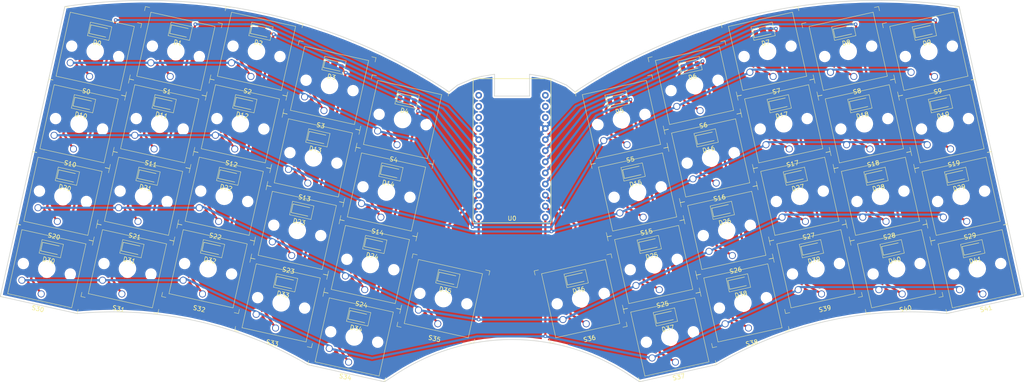
<source format=kicad_pcb>
(kicad_pcb (version 20171130) (host pcbnew "(5.0.1-3-g963ef8bb5)")
  (layers (0 F.Cu signal) (31 B.Cu signal) (34 B.Paste user) (35 F.Paste user) (36 B.SilkS user) (37 F.SilkS user hide) (38 B.Mask user) (39 F.Mask user) (44 Edge.Cuts user))
  (net 0 "")
  (net 1 C0)
  (net 2 "Net-(D0-Pad1)")
  (net 3 C1)
  (net 4 "Net-(D1-Pad1)")
  (net 5 C2)
  (net 6 "Net-(D2-Pad1)")
  (net 7 C3)
  (net 8 "Net-(D3-Pad1)")
  (net 9 C4)
  (net 10 "Net-(D4-Pad1)")
  (net 11 C7)
  (net 12 "Net-(D5-Pad1)")
  (net 13 C8)
  (net 14 "Net-(D6-Pad1)")
  (net 15 "Net-(D7-Pad1)")
  (net 16 C9)
  (net 17 "Net-(D8-Pad1)")
  (net 18 C10)
  (net 19 "Net-(D9-Pad1)")
  (net 20 C11)
  (net 21 "Net-(D10-Pad1)")
  (net 22 "Net-(D11-Pad1)")
  (net 23 "Net-(D12-Pad1)")
  (net 24 "Net-(D13-Pad1)")
  (net 25 "Net-(D14-Pad1)")
  (net 26 "Net-(D15-Pad1)")
  (net 27 "Net-(D16-Pad1)")
  (net 28 "Net-(D17-Pad1)")
  (net 29 "Net-(D18-Pad1)")
  (net 30 "Net-(D19-Pad1)")
  (net 31 "Net-(D20-Pad1)")
  (net 32 "Net-(D21-Pad1)")
  (net 33 "Net-(D22-Pad1)")
  (net 34 "Net-(D23-Pad1)")
  (net 35 "Net-(D24-Pad1)")
  (net 36 "Net-(D25-Pad1)")
  (net 37 "Net-(D26-Pad1)")
  (net 38 "Net-(D27-Pad1)")
  (net 39 "Net-(D28-Pad1)")
  (net 40 "Net-(D29-Pad1)")
  (net 41 "Net-(D30-Pad1)")
  (net 42 "Net-(D31-Pad1)")
  (net 43 "Net-(D32-Pad1)")
  (net 44 "Net-(D33-Pad1)")
  (net 45 "Net-(D34-Pad1)")
  (net 46 "Net-(D35-Pad1)")
  (net 47 C5)
  (net 48 "Net-(D36-Pad1)")
  (net 49 C6)
  (net 50 "Net-(D37-Pad1)")
  (net 51 "Net-(D38-Pad1)")
  (net 52 "Net-(D39-Pad1)")
  (net 53 "Net-(D40-Pad1)")
  (net 54 "Net-(D41-Pad1)")
  (net 55 R3)
  (net 56 R2)
  (net 57 R1)
  (net 58 R0)
  (net 59 "Net-(U0-Pad1)")
  (net 60 "Net-(U0-Pad2)")
  (net 61 "Net-(U0-Pad3)")
  (net 62 GND)
  (net 63 "Net-(U0-Pad13)")
  (net 64 "Net-(U0-Pad14)")
  (net 65 "Net-(U0-Pad15)")
  (net 66 "Net-(U0-Pad16)")
  (module ATREUS:PG1350_diode (layer F.Cu) (at 51.693098 53.748194 347.4712)
    (fp_text reference S0 (at 0 9.4 347.4712) (layer F.SilkS))
    (fp_text value PG1350)
    (pad 1 thru_hole circle (at -5 3.8 347.4712) (size 1.6 1.6) (drill 1.2) (layers *.Cu *.Mask) (net 55 R3))
    (pad 2 thru_hole circle (at 0 5.9 77.4712) (size 1.6 1.6) (drill 1.2) (layers *.Cu *.Mask) (net 2 "Net-(D0-Pad1)"))
    (pad "" np_thru_hole circle (at 5.5 0 347.4712) (size 1.8 1.8) (drill 1.8) (layers *.Cu *.Mask))
    (pad "" np_thru_hole circle (at -5.5 0 347.4712) (size 1.8 1.8) (drill 1.8) (layers *.Cu *.Mask))
    (pad "" np_thru_hole circle (at 0 0 347.4712) (size 3.2 3.2) (drill 3.2) (layers *.Cu *.Mask))
  )
  (module ATREUS:PG1350_diode (layer F.Cu) (at 70.132187 53.748191 347.4712)
    (fp_text reference S1 (at 0 9.4 347.4712) (layer F.SilkS))
    (fp_text value PG1350)
    (pad 1 thru_hole circle (at -5 3.8 347.4712) (size 1.6 1.6) (drill 1.2) (layers *.Cu *.Mask) (net 55 R3))
    (pad 2 thru_hole circle (at 0 5.9 77.4712) (size 1.6 1.6) (drill 1.2) (layers *.Cu *.Mask) (net 4 "Net-(D1-Pad1)"))
    (pad "" np_thru_hole circle (at 5.5 0 347.4712) (size 1.8 1.8) (drill 1.8) (layers *.Cu *.Mask))
    (pad "" np_thru_hole circle (at -5.5 0 347.4712) (size 1.8 1.8) (drill 1.8) (layers *.Cu *.Mask))
    (pad "" np_thru_hole circle (at 0 0 347.4712) (size 3.2 3.2) (drill 3.2) (layers *.Cu *.Mask))
  )
  (module ATREUS:PG1350_diode (layer F.Cu) (at 88.571276 53.748189 347.4712)
    (fp_text reference S2 (at 0 9.4 347.4712) (layer F.SilkS))
    (fp_text value PG1350)
    (pad 1 thru_hole circle (at -5 3.8 347.4712) (size 1.6 1.6) (drill 1.2) (layers *.Cu *.Mask) (net 55 R3))
    (pad 2 thru_hole circle (at 0 5.9 77.4712) (size 1.6 1.6) (drill 1.2) (layers *.Cu *.Mask) (net 6 "Net-(D2-Pad1)"))
    (pad "" np_thru_hole circle (at 5.5 0 347.4712) (size 1.8 1.8) (drill 1.8) (layers *.Cu *.Mask))
    (pad "" np_thru_hole circle (at -5.5 0 347.4712) (size 1.8 1.8) (drill 1.8) (layers *.Cu *.Mask))
    (pad "" np_thru_hole circle (at 0 0 347.4712) (size 3.2 3.2) (drill 3.2) (layers *.Cu *.Mask))
  )
  (module ATREUS:PG1350_diode (layer F.Cu) (at 105.274922 61.557683 347.4712)
    (fp_text reference S3 (at 0 9.4 347.4712) (layer F.SilkS))
    (fp_text value PG1350)
    (pad 1 thru_hole circle (at -5 3.8 347.4712) (size 1.6 1.6) (drill 1.2) (layers *.Cu *.Mask) (net 55 R3))
    (pad 2 thru_hole circle (at 0 5.9 77.4712) (size 1.6 1.6) (drill 1.2) (layers *.Cu *.Mask) (net 8 "Net-(D3-Pad1)"))
    (pad "" np_thru_hole circle (at 5.5 0 347.4712) (size 1.8 1.8) (drill 1.8) (layers *.Cu *.Mask))
    (pad "" np_thru_hole circle (at -5.5 0 347.4712) (size 1.8 1.8) (drill 1.8) (layers *.Cu *.Mask))
    (pad "" np_thru_hole circle (at 0 0 347.4712) (size 3.2 3.2) (drill 3.2) (layers *.Cu *.Mask))
  )
  (module ATREUS:PG1350_diode (layer F.Cu) (at 121.978568 69.367177 347.4712)
    (fp_text reference S4 (at 0 9.4 347.4712) (layer F.SilkS))
    (fp_text value PG1350)
    (pad 1 thru_hole circle (at -5 3.8 347.4712) (size 1.6 1.6) (drill 1.2) (layers *.Cu *.Mask) (net 55 R3))
    (pad 2 thru_hole circle (at 0 5.9 77.4712) (size 1.6 1.6) (drill 1.2) (layers *.Cu *.Mask) (net 10 "Net-(D4-Pad1)"))
    (pad "" np_thru_hole circle (at 5.5 0 347.4712) (size 1.8 1.8) (drill 1.8) (layers *.Cu *.Mask))
    (pad "" np_thru_hole circle (at -5.5 0 347.4712) (size 1.8 1.8) (drill 1.8) (layers *.Cu *.Mask))
    (pad "" np_thru_hole circle (at 0 0 347.4712) (size 3.2 3.2) (drill 3.2) (layers *.Cu *.Mask))
  )
  (module ATREUS:PG1350_diode (layer F.Cu) (at 48.005282 70.343374 347.4712)
    (fp_text reference S10 (at 0 9.4 347.4712) (layer F.SilkS))
    (fp_text value PG1350)
    (pad 1 thru_hole circle (at -5 3.8 347.4712) (size 1.6 1.6) (drill 1.2) (layers *.Cu *.Mask) (net 56 R2))
    (pad 2 thru_hole circle (at 0 5.9 77.4712) (size 1.6 1.6) (drill 1.2) (layers *.Cu *.Mask) (net 21 "Net-(D10-Pad1)"))
    (pad "" np_thru_hole circle (at 5.5 0 347.4712) (size 1.8 1.8) (drill 1.8) (layers *.Cu *.Mask))
    (pad "" np_thru_hole circle (at -5.5 0 347.4712) (size 1.8 1.8) (drill 1.8) (layers *.Cu *.Mask))
    (pad "" np_thru_hole circle (at 0 0 347.4712) (size 3.2 3.2) (drill 3.2) (layers *.Cu *.Mask))
  )
  (module ATREUS:PG1350_diode (layer F.Cu) (at 66.444371 70.343372 347.4712)
    (fp_text reference S11 (at 0 9.4 347.4712) (layer F.SilkS))
    (fp_text value PG1350)
    (pad 1 thru_hole circle (at -5 3.8 347.4712) (size 1.6 1.6) (drill 1.2) (layers *.Cu *.Mask) (net 56 R2))
    (pad 2 thru_hole circle (at 0 5.9 77.4712) (size 1.6 1.6) (drill 1.2) (layers *.Cu *.Mask) (net 22 "Net-(D11-Pad1)"))
    (pad "" np_thru_hole circle (at 5.5 0 347.4712) (size 1.8 1.8) (drill 1.8) (layers *.Cu *.Mask))
    (pad "" np_thru_hole circle (at -5.5 0 347.4712) (size 1.8 1.8) (drill 1.8) (layers *.Cu *.Mask))
    (pad "" np_thru_hole circle (at 0 0 347.4712) (size 3.2 3.2) (drill 3.2) (layers *.Cu *.Mask))
  )
  (module ATREUS:PG1350_diode (layer F.Cu) (at 84.88346 70.343369 347.4712)
    (fp_text reference S12 (at 0 9.4 347.4712) (layer F.SilkS))
    (fp_text value PG1350)
    (pad 1 thru_hole circle (at -5 3.8 347.4712) (size 1.6 1.6) (drill 1.2) (layers *.Cu *.Mask) (net 56 R2))
    (pad 2 thru_hole circle (at 0 5.9 77.4712) (size 1.6 1.6) (drill 1.2) (layers *.Cu *.Mask) (net 23 "Net-(D12-Pad1)"))
    (pad "" np_thru_hole circle (at 5.5 0 347.4712) (size 1.8 1.8) (drill 1.8) (layers *.Cu *.Mask))
    (pad "" np_thru_hole circle (at -5.5 0 347.4712) (size 1.8 1.8) (drill 1.8) (layers *.Cu *.Mask))
    (pad "" np_thru_hole circle (at 0 0 347.4712) (size 3.2 3.2) (drill 3.2) (layers *.Cu *.Mask))
  )
  (module ATREUS:PG1350_diode (layer F.Cu) (at 101.587107 78.152863 347.4712)
    (fp_text reference S13 (at 0 9.4 347.4712) (layer F.SilkS))
    (fp_text value PG1350)
    (pad 1 thru_hole circle (at -5 3.8 347.4712) (size 1.6 1.6) (drill 1.2) (layers *.Cu *.Mask) (net 56 R2))
    (pad 2 thru_hole circle (at 0 5.9 77.4712) (size 1.6 1.6) (drill 1.2) (layers *.Cu *.Mask) (net 24 "Net-(D13-Pad1)"))
    (pad "" np_thru_hole circle (at 5.5 0 347.4712) (size 1.8 1.8) (drill 1.8) (layers *.Cu *.Mask))
    (pad "" np_thru_hole circle (at -5.5 0 347.4712) (size 1.8 1.8) (drill 1.8) (layers *.Cu *.Mask))
    (pad "" np_thru_hole circle (at 0 0 347.4712) (size 3.2 3.2) (drill 3.2) (layers *.Cu *.Mask))
  )
  (module ATREUS:PG1350_diode (layer F.Cu) (at 118.290753 85.962358 347.4712)
    (fp_text reference S14 (at 0 9.4 347.4712) (layer F.SilkS))
    (fp_text value PG1350)
    (pad 1 thru_hole circle (at -5 3.8 347.4712) (size 1.6 1.6) (drill 1.2) (layers *.Cu *.Mask) (net 56 R2))
    (pad 2 thru_hole circle (at 0 5.9 77.4712) (size 1.6 1.6) (drill 1.2) (layers *.Cu *.Mask) (net 25 "Net-(D14-Pad1)"))
    (pad "" np_thru_hole circle (at 5.5 0 347.4712) (size 1.8 1.8) (drill 1.8) (layers *.Cu *.Mask))
    (pad "" np_thru_hole circle (at -5.5 0 347.4712) (size 1.8 1.8) (drill 1.8) (layers *.Cu *.Mask))
    (pad "" np_thru_hole circle (at 0 0 347.4712) (size 3.2 3.2) (drill 3.2) (layers *.Cu *.Mask))
  )
  (module ATREUS:PG1350_diode (layer F.Cu) (at 44.317467 86.938555 347.4712)
    (fp_text reference S20 (at 0 9.4 347.4712) (layer F.SilkS))
    (fp_text value PG1350)
    (pad 1 thru_hole circle (at -5 3.8 347.4712) (size 1.6 1.6) (drill 1.2) (layers *.Cu *.Mask) (net 57 R1))
    (pad 2 thru_hole circle (at 0 5.9 77.4712) (size 1.6 1.6) (drill 1.2) (layers *.Cu *.Mask) (net 31 "Net-(D20-Pad1)"))
    (pad "" np_thru_hole circle (at 5.5 0 347.4712) (size 1.8 1.8) (drill 1.8) (layers *.Cu *.Mask))
    (pad "" np_thru_hole circle (at -5.5 0 347.4712) (size 1.8 1.8) (drill 1.8) (layers *.Cu *.Mask))
    (pad "" np_thru_hole circle (at 0 0 347.4712) (size 3.2 3.2) (drill 3.2) (layers *.Cu *.Mask))
  )
  (module ATREUS:PG1350_diode (layer F.Cu) (at 62.756556 86.938552 347.4712)
    (fp_text reference S21 (at 0 9.4 347.4712) (layer F.SilkS))
    (fp_text value PG1350)
    (pad 1 thru_hole circle (at -5 3.8 347.4712) (size 1.6 1.6) (drill 1.2) (layers *.Cu *.Mask) (net 57 R1))
    (pad 2 thru_hole circle (at 0 5.9 77.4712) (size 1.6 1.6) (drill 1.2) (layers *.Cu *.Mask) (net 32 "Net-(D21-Pad1)"))
    (pad "" np_thru_hole circle (at 5.5 0 347.4712) (size 1.8 1.8) (drill 1.8) (layers *.Cu *.Mask))
    (pad "" np_thru_hole circle (at -5.5 0 347.4712) (size 1.8 1.8) (drill 1.8) (layers *.Cu *.Mask))
    (pad "" np_thru_hole circle (at 0 0 347.4712) (size 3.2 3.2) (drill 3.2) (layers *.Cu *.Mask))
  )
  (module ATREUS:PG1350_diode (layer F.Cu) (at 81.195645 86.93855 347.4712)
    (fp_text reference S22 (at 0 9.4 347.4712) (layer F.SilkS))
    (fp_text value PG1350)
    (pad 1 thru_hole circle (at -5 3.8 347.4712) (size 1.6 1.6) (drill 1.2) (layers *.Cu *.Mask) (net 57 R1))
    (pad 2 thru_hole circle (at 0 5.9 77.4712) (size 1.6 1.6) (drill 1.2) (layers *.Cu *.Mask) (net 33 "Net-(D22-Pad1)"))
    (pad "" np_thru_hole circle (at 5.5 0 347.4712) (size 1.8 1.8) (drill 1.8) (layers *.Cu *.Mask))
    (pad "" np_thru_hole circle (at -5.5 0 347.4712) (size 1.8 1.8) (drill 1.8) (layers *.Cu *.Mask))
    (pad "" np_thru_hole circle (at 0 0 347.4712) (size 3.2 3.2) (drill 3.2) (layers *.Cu *.Mask))
  )
  (module ATREUS:PG1350_diode (layer F.Cu) (at 97.899291 94.748044 347.4712)
    (fp_text reference S23 (at 0 9.4 347.4712) (layer F.SilkS))
    (fp_text value PG1350)
    (pad 1 thru_hole circle (at -5 3.8 347.4712) (size 1.6 1.6) (drill 1.2) (layers *.Cu *.Mask) (net 57 R1))
    (pad 2 thru_hole circle (at 0 5.9 77.4712) (size 1.6 1.6) (drill 1.2) (layers *.Cu *.Mask) (net 34 "Net-(D23-Pad1)"))
    (pad "" np_thru_hole circle (at 5.5 0 347.4712) (size 1.8 1.8) (drill 1.8) (layers *.Cu *.Mask))
    (pad "" np_thru_hole circle (at -5.5 0 347.4712) (size 1.8 1.8) (drill 1.8) (layers *.Cu *.Mask))
    (pad "" np_thru_hole circle (at 0 0 347.4712) (size 3.2 3.2) (drill 3.2) (layers *.Cu *.Mask))
  )
  (module ATREUS:PG1350_diode (layer F.Cu) (at 114.602937 102.557538 347.4712)
    (fp_text reference S24 (at 0 9.4 347.4712) (layer F.SilkS))
    (fp_text value PG1350)
    (pad 1 thru_hole circle (at -5 3.8 347.4712) (size 1.6 1.6) (drill 1.2) (layers *.Cu *.Mask) (net 57 R1))
    (pad 2 thru_hole circle (at 0 5.9 77.4712) (size 1.6 1.6) (drill 1.2) (layers *.Cu *.Mask) (net 35 "Net-(D24-Pad1)"))
    (pad "" np_thru_hole circle (at 5.5 0 347.4712) (size 1.8 1.8) (drill 1.8) (layers *.Cu *.Mask))
    (pad "" np_thru_hole circle (at -5.5 0 347.4712) (size 1.8 1.8) (drill 1.8) (layers *.Cu *.Mask))
    (pad "" np_thru_hole circle (at 0 0 347.4712) (size 3.2 3.2) (drill 3.2) (layers *.Cu *.Mask))
  )
  (module ATREUS:PG1350_diode (layer F.Cu) (at 40.629651 103.533735 347.4712)
    (fp_text reference S30 (at 0 9.4 347.4712) (layer F.SilkS))
    (fp_text value PG1350)
    (pad 1 thru_hole circle (at -5 3.8 347.4712) (size 1.6 1.6) (drill 1.2) (layers *.Cu *.Mask) (net 58 R0))
    (pad 2 thru_hole circle (at 0 5.9 77.4712) (size 1.6 1.6) (drill 1.2) (layers *.Cu *.Mask) (net 41 "Net-(D30-Pad1)"))
    (pad "" np_thru_hole circle (at 5.5 0 347.4712) (size 1.8 1.8) (drill 1.8) (layers *.Cu *.Mask))
    (pad "" np_thru_hole circle (at -5.5 0 347.4712) (size 1.8 1.8) (drill 1.8) (layers *.Cu *.Mask))
    (pad "" np_thru_hole circle (at 0 0 347.4712) (size 3.2 3.2) (drill 3.2) (layers *.Cu *.Mask))
  )
  (module ATREUS:PG1350_diode (layer F.Cu) (at 59.06874 103.533733 347.4712)
    (fp_text reference S31 (at 0 9.4 347.4712) (layer F.SilkS))
    (fp_text value PG1350)
    (pad 1 thru_hole circle (at -5 3.8 347.4712) (size 1.6 1.6) (drill 1.2) (layers *.Cu *.Mask) (net 58 R0))
    (pad 2 thru_hole circle (at 0 5.9 77.4712) (size 1.6 1.6) (drill 1.2) (layers *.Cu *.Mask) (net 42 "Net-(D31-Pad1)"))
    (pad "" np_thru_hole circle (at 5.5 0 347.4712) (size 1.8 1.8) (drill 1.8) (layers *.Cu *.Mask))
    (pad "" np_thru_hole circle (at -5.5 0 347.4712) (size 1.8 1.8) (drill 1.8) (layers *.Cu *.Mask))
    (pad "" np_thru_hole circle (at 0 0 347.4712) (size 3.2 3.2) (drill 3.2) (layers *.Cu *.Mask))
  )
  (module ATREUS:PG1350_diode (layer F.Cu) (at 77.507829 103.53373 347.4712)
    (fp_text reference S32 (at 0 9.4 347.4712) (layer F.SilkS))
    (fp_text value PG1350)
    (pad 1 thru_hole circle (at -5 3.8 347.4712) (size 1.6 1.6) (drill 1.2) (layers *.Cu *.Mask) (net 58 R0))
    (pad 2 thru_hole circle (at 0 5.9 77.4712) (size 1.6 1.6) (drill 1.2) (layers *.Cu *.Mask) (net 43 "Net-(D32-Pad1)"))
    (pad "" np_thru_hole circle (at 5.5 0 347.4712) (size 1.8 1.8) (drill 1.8) (layers *.Cu *.Mask))
    (pad "" np_thru_hole circle (at -5.5 0 347.4712) (size 1.8 1.8) (drill 1.8) (layers *.Cu *.Mask))
    (pad "" np_thru_hole circle (at 0 0 347.4712) (size 3.2 3.2) (drill 3.2) (layers *.Cu *.Mask))
  )
  (module ATREUS:PG1350_diode (layer F.Cu) (at 94.211476 111.343224 347.4712)
    (fp_text reference S33 (at 0 9.4 347.4712) (layer F.SilkS))
    (fp_text value PG1350)
    (pad 1 thru_hole circle (at -5 3.8 347.4712) (size 1.6 1.6) (drill 1.2) (layers *.Cu *.Mask) (net 58 R0))
    (pad 2 thru_hole circle (at 0 5.9 77.4712) (size 1.6 1.6) (drill 1.2) (layers *.Cu *.Mask) (net 44 "Net-(D33-Pad1)"))
    (pad "" np_thru_hole circle (at 5.5 0 347.4712) (size 1.8 1.8) (drill 1.8) (layers *.Cu *.Mask))
    (pad "" np_thru_hole circle (at -5.5 0 347.4712) (size 1.8 1.8) (drill 1.8) (layers *.Cu *.Mask))
    (pad "" np_thru_hole circle (at 0 0 347.4712) (size 3.2 3.2) (drill 3.2) (layers *.Cu *.Mask))
  )
  (module ATREUS:PG1350_diode (layer F.Cu) (at 110.915122 119.152719 347.4712)
    (fp_text reference S34 (at 0 9.4 347.4712) (layer F.SilkS))
    (fp_text value PG1350)
    (pad 1 thru_hole circle (at -5 3.8 347.4712) (size 1.6 1.6) (drill 1.2) (layers *.Cu *.Mask) (net 58 R0))
    (pad 2 thru_hole circle (at 0 5.9 77.4712) (size 1.6 1.6) (drill 1.2) (layers *.Cu *.Mask) (net 45 "Net-(D34-Pad1)"))
    (pad "" np_thru_hole circle (at 5.5 0 347.4712) (size 1.8 1.8) (drill 1.8) (layers *.Cu *.Mask))
    (pad "" np_thru_hole circle (at -5.5 0 347.4712) (size 1.8 1.8) (drill 1.8) (layers *.Cu *.Mask))
    (pad "" np_thru_hole circle (at 0 0 347.4712) (size 3.2 3.2) (drill 3.2) (layers *.Cu *.Mask))
  )
  (module ATREUS:PG1350_diode (layer F.Cu) (at 131.306584 110.367032 347.4712)
    (fp_text reference S35 (at 0 9.4 347.4712) (layer F.SilkS))
    (fp_text value PG1350)
    (pad 1 thru_hole circle (at -5 3.8 347.4712) (size 1.6 1.6) (drill 1.2) (layers *.Cu *.Mask) (net 57 R1))
    (pad 2 thru_hole circle (at 0 5.9 77.4712) (size 1.6 1.6) (drill 1.2) (layers *.Cu *.Mask) (net 46 "Net-(D35-Pad1)"))
    (pad "" np_thru_hole circle (at 5.5 0 347.4712) (size 1.8 1.8) (drill 1.8) (layers *.Cu *.Mask))
    (pad "" np_thru_hole circle (at -5.5 0 347.4712) (size 1.8 1.8) (drill 1.8) (layers *.Cu *.Mask))
    (pad "" np_thru_hole circle (at 0 0 347.4712) (size 3.2 3.2) (drill 3.2) (layers *.Cu *.Mask))
  )
  (module ATREUS:ProMicroFlipped (layer F.Cu) (at 147 60)
    (fp_text reference U0 (at 0 32) (layer F.SilkS))
    (fp_text value ProMicro)
    (pad 1 thru_hole circle (at 7.62 3.81) (size 1.524 1.524) (drill 0.762) (layers *.Cu *.Mask) (net 59 "Net-(U0-Pad1)"))
    (pad 2 thru_hole circle (at 7.62 6.35) (size 1.524 1.524) (drill 0.762) (layers *.Cu *.Mask) (net 60 "Net-(U0-Pad2)"))
    (pad 3 thru_hole circle (at 7.62 8.89) (size 1.524 1.524) (drill 0.762) (layers *.Cu *.Mask) (net 61 "Net-(U0-Pad3)"))
    (pad 4 thru_hole circle (at 7.62 11.43) (size 1.524 1.524) (drill 0.762) (layers *.Cu *.Mask) (net 62 GND))
    (pad 5 thru_hole circle (at 7.62 13.97) (size 1.524 1.524) (drill 0.762) (layers *.Cu *.Mask) (net 20 C11))
    (pad 6 thru_hole circle (at 7.62 16.51) (size 1.524 1.524) (drill 0.762) (layers *.Cu *.Mask) (net 18 C10))
    (pad 7 thru_hole circle (at 7.62 19.05) (size 1.524 1.524) (drill 0.762) (layers *.Cu *.Mask) (net 16 C9))
    (pad 8 thru_hole circle (at 7.62 21.59) (size 1.524 1.524) (drill 0.762) (layers *.Cu *.Mask) (net 13 C8))
    (pad 9 thru_hole circle (at 7.62 24.13) (size 1.524 1.524) (drill 0.762) (layers *.Cu *.Mask) (net 11 C7))
    (pad 10 thru_hole circle (at 7.62 26.67) (size 1.524 1.524) (drill 0.762) (layers *.Cu *.Mask) (net 49 C6))
    (pad 11 thru_hole circle (at 7.62 29.21) (size 1.524 1.524) (drill 0.762) (layers *.Cu *.Mask) (net 56 R2))
    (pad 12 thru_hole circle (at 7.62 31.75) (size 1.524 1.524) (drill 0.762) (layers *.Cu *.Mask) (net 58 R0))
    (pad 13 thru_hole circle (at -7.62 3.81) (size 1.524 1.524) (drill 0.762) (layers *.Cu *.Mask) (net 63 "Net-(U0-Pad13)"))
    (pad 14 thru_hole circle (at -7.62 6.35) (size 1.524 1.524) (drill 0.762) (layers *.Cu *.Mask) (net 64 "Net-(U0-Pad14)"))
    (pad 15 thru_hole circle (at -7.62 8.89) (size 1.524 1.524) (drill 0.762) (layers *.Cu *.Mask) (net 65 "Net-(U0-Pad15)"))
    (pad 16 thru_hole circle (at -7.62 11.43) (size 1.524 1.524) (drill 0.762) (layers *.Cu *.Mask) (net 66 "Net-(U0-Pad16)"))
    (pad 17 thru_hole circle (at -7.62 13.97) (size 1.524 1.524) (drill 0.762) (layers *.Cu *.Mask) (net 1 C0))
    (pad 18 thru_hole circle (at -7.62 16.51) (size 1.524 1.524) (drill 0.762) (layers *.Cu *.Mask) (net 3 C1))
    (pad 19 thru_hole circle (at -7.62 19.05) (size 1.524 1.524) (drill 0.762) (layers *.Cu *.Mask) (net 5 C2))
    (pad 20 thru_hole circle (at -7.62 21.59) (size 1.524 1.524) (drill 0.762) (layers *.Cu *.Mask) (net 7 C3))
    (pad 21 thru_hole circle (at -7.62 24.13) (size 1.524 1.524) (drill 0.762) (layers *.Cu *.Mask) (net 9 C4))
    (pad 22 thru_hole circle (at -7.62 26.67) (size 1.524 1.524) (drill 0.762) (layers *.Cu *.Mask) (net 47 C5))
    (pad 23 thru_hole circle (at -7.62 29.21) (size 1.524 1.524) (drill 0.762) (layers *.Cu *.Mask) (net 55 R3))
    (pad 24 thru_hole circle (at -7.62 31.75) (size 1.524 1.524) (drill 0.762) (layers *.Cu *.Mask) (net 57 R1))
  )
  (module ATREUS:PG1350_diode (layer F.Cu) (at 188.725078 61.557683 12.5288)
    (fp_text reference S6 (at 0 9.4 12.5288) (layer F.SilkS))
    (fp_text value PG1350)
    (pad 1 thru_hole circle (at -5 3.8 12.5288) (size 1.6 1.6) (drill 1.2) (layers *.Cu *.Mask) (net 55 R3))
    (pad 2 thru_hole circle (at 0 5.9 102.5288) (size 1.6 1.6) (drill 1.2) (layers *.Cu *.Mask) (net 14 "Net-(D6-Pad1)"))
    (pad "" np_thru_hole circle (at 5.5 0 12.5288) (size 1.8 1.8) (drill 1.8) (layers *.Cu *.Mask))
    (pad "" np_thru_hole circle (at -5.5 0 12.5288) (size 1.8 1.8) (drill 1.8) (layers *.Cu *.Mask))
    (pad "" np_thru_hole circle (at 0 0 12.5288) (size 3.2 3.2) (drill 3.2) (layers *.Cu *.Mask))
  )
  (module ATREUS:PG1350_diode (layer F.Cu) (at 172.021432 69.367177 12.5288)
    (fp_text reference S5 (at 0 9.4 12.5288) (layer F.SilkS))
    (fp_text value PG1350)
    (pad 1 thru_hole circle (at -5 3.8 12.5288) (size 1.6 1.6) (drill 1.2) (layers *.Cu *.Mask) (net 55 R3))
    (pad 2 thru_hole circle (at 0 5.9 102.5288) (size 1.6 1.6) (drill 1.2) (layers *.Cu *.Mask) (net 12 "Net-(D5-Pad1)"))
    (pad "" np_thru_hole circle (at 5.5 0 12.5288) (size 1.8 1.8) (drill 1.8) (layers *.Cu *.Mask))
    (pad "" np_thru_hole circle (at -5.5 0 12.5288) (size 1.8 1.8) (drill 1.8) (layers *.Cu *.Mask))
    (pad "" np_thru_hole circle (at 0 0 12.5288) (size 3.2 3.2) (drill 3.2) (layers *.Cu *.Mask))
  )
  (module ATREUS:PG1350_diode (layer F.Cu) (at 192.412893 78.152863 12.5288)
    (fp_text reference S16 (at 0 9.4 12.5288) (layer F.SilkS))
    (fp_text value PG1350)
    (pad 1 thru_hole circle (at -5 3.8 12.5288) (size 1.6 1.6) (drill 1.2) (layers *.Cu *.Mask) (net 56 R2))
    (pad 2 thru_hole circle (at 0 5.9 102.5288) (size 1.6 1.6) (drill 1.2) (layers *.Cu *.Mask) (net 27 "Net-(D16-Pad1)"))
    (pad "" np_thru_hole circle (at 5.5 0 12.5288) (size 1.8 1.8) (drill 1.8) (layers *.Cu *.Mask))
    (pad "" np_thru_hole circle (at -5.5 0 12.5288) (size 1.8 1.8) (drill 1.8) (layers *.Cu *.Mask))
    (pad "" np_thru_hole circle (at 0 0 12.5288) (size 3.2 3.2) (drill 3.2) (layers *.Cu *.Mask))
  )
  (module ATREUS:PG1350_diode (layer F.Cu) (at 245.994718 70.343374 12.5288)
    (fp_text reference S19 (at 0 9.4 12.5288) (layer F.SilkS))
    (fp_text value PG1350)
    (pad 1 thru_hole circle (at -5 3.8 12.5288) (size 1.6 1.6) (drill 1.2) (layers *.Cu *.Mask) (net 56 R2))
    (pad 2 thru_hole circle (at 0 5.9 102.5288) (size 1.6 1.6) (drill 1.2) (layers *.Cu *.Mask) (net 30 "Net-(D19-Pad1)"))
    (pad "" np_thru_hole circle (at 5.5 0 12.5288) (size 1.8 1.8) (drill 1.8) (layers *.Cu *.Mask))
    (pad "" np_thru_hole circle (at -5.5 0 12.5288) (size 1.8 1.8) (drill 1.8) (layers *.Cu *.Mask))
    (pad "" np_thru_hole circle (at 0 0 12.5288) (size 3.2 3.2) (drill 3.2) (layers *.Cu *.Mask))
  )
  (module ATREUS:PG1350_diode (layer F.Cu) (at 249.682533 86.938555 12.5288)
    (fp_text reference S29 (at 0 9.4 12.5288) (layer F.SilkS))
    (fp_text value PG1350)
    (pad 1 thru_hole circle (at -5 3.8 12.5288) (size 1.6 1.6) (drill 1.2) (layers *.Cu *.Mask) (net 57 R1))
    (pad 2 thru_hole circle (at 0 5.9 102.5288) (size 1.6 1.6) (drill 1.2) (layers *.Cu *.Mask) (net 40 "Net-(D29-Pad1)"))
    (pad "" np_thru_hole circle (at 5.5 0 12.5288) (size 1.8 1.8) (drill 1.8) (layers *.Cu *.Mask))
    (pad "" np_thru_hole circle (at -5.5 0 12.5288) (size 1.8 1.8) (drill 1.8) (layers *.Cu *.Mask))
    (pad "" np_thru_hole circle (at 0 0 12.5288) (size 3.2 3.2) (drill 3.2) (layers *.Cu *.Mask))
  )
  (module ATREUS:PG1350_diode (layer F.Cu) (at 227.555629 70.343372 12.5288)
    (fp_text reference S18 (at 0 9.4 12.5288) (layer F.SilkS))
    (fp_text value PG1350)
    (pad 1 thru_hole circle (at -5 3.8 12.5288) (size 1.6 1.6) (drill 1.2) (layers *.Cu *.Mask) (net 56 R2))
    (pad 2 thru_hole circle (at 0 5.9 102.5288) (size 1.6 1.6) (drill 1.2) (layers *.Cu *.Mask) (net 29 "Net-(D18-Pad1)"))
    (pad "" np_thru_hole circle (at 5.5 0 12.5288) (size 1.8 1.8) (drill 1.8) (layers *.Cu *.Mask))
    (pad "" np_thru_hole circle (at -5.5 0 12.5288) (size 1.8 1.8) (drill 1.8) (layers *.Cu *.Mask))
    (pad "" np_thru_hole circle (at 0 0 12.5288) (size 3.2 3.2) (drill 3.2) (layers *.Cu *.Mask))
  )
  (module ATREUS:PG1350_diode (layer F.Cu) (at 231.243444 86.938552 12.5288)
    (fp_text reference S28 (at 0 9.4 12.5288) (layer F.SilkS))
    (fp_text value PG1350)
    (pad 1 thru_hole circle (at -5 3.8 12.5288) (size 1.6 1.6) (drill 1.2) (layers *.Cu *.Mask) (net 57 R1))
    (pad 2 thru_hole circle (at 0 5.9 102.5288) (size 1.6 1.6) (drill 1.2) (layers *.Cu *.Mask) (net 39 "Net-(D28-Pad1)"))
    (pad "" np_thru_hole circle (at 5.5 0 12.5288) (size 1.8 1.8) (drill 1.8) (layers *.Cu *.Mask))
    (pad "" np_thru_hole circle (at -5.5 0 12.5288) (size 1.8 1.8) (drill 1.8) (layers *.Cu *.Mask))
    (pad "" np_thru_hole circle (at 0 0 12.5288) (size 3.2 3.2) (drill 3.2) (layers *.Cu *.Mask))
  )
  (module ATREUS:PG1350_diode (layer F.Cu) (at 212.804355 86.93855 12.5288)
    (fp_text reference S27 (at 0 9.4 12.5288) (layer F.SilkS))
    (fp_text value PG1350)
    (pad 1 thru_hole circle (at -5 3.8 12.5288) (size 1.6 1.6) (drill 1.2) (layers *.Cu *.Mask) (net 57 R1))
    (pad 2 thru_hole circle (at 0 5.9 102.5288) (size 1.6 1.6) (drill 1.2) (layers *.Cu *.Mask) (net 38 "Net-(D27-Pad1)"))
    (pad "" np_thru_hole circle (at 5.5 0 12.5288) (size 1.8 1.8) (drill 1.8) (layers *.Cu *.Mask))
    (pad "" np_thru_hole circle (at -5.5 0 12.5288) (size 1.8 1.8) (drill 1.8) (layers *.Cu *.Mask))
    (pad "" np_thru_hole circle (at 0 0 12.5288) (size 3.2 3.2) (drill 3.2) (layers *.Cu *.Mask))
  )
  (module ATREUS:PG1350_diode (layer F.Cu) (at 196.100709 94.748044 12.5288)
    (fp_text reference S26 (at 0 9.4 12.5288) (layer F.SilkS))
    (fp_text value PG1350)
    (pad 1 thru_hole circle (at -5 3.8 12.5288) (size 1.6 1.6) (drill 1.2) (layers *.Cu *.Mask) (net 57 R1))
    (pad 2 thru_hole circle (at 0 5.9 102.5288) (size 1.6 1.6) (drill 1.2) (layers *.Cu *.Mask) (net 37 "Net-(D26-Pad1)"))
    (pad "" np_thru_hole circle (at 5.5 0 12.5288) (size 1.8 1.8) (drill 1.8) (layers *.Cu *.Mask))
    (pad "" np_thru_hole circle (at -5.5 0 12.5288) (size 1.8 1.8) (drill 1.8) (layers *.Cu *.Mask))
    (pad "" np_thru_hole circle (at 0 0 12.5288) (size 3.2 3.2) (drill 3.2) (layers *.Cu *.Mask))
  )
  (module ATREUS:PG1350_diode (layer F.Cu) (at 179.397063 102.557538 12.5288)
    (fp_text reference S25 (at 0 9.4 12.5288) (layer F.SilkS))
    (fp_text value PG1350)
    (pad 1 thru_hole circle (at -5 3.8 12.5288) (size 1.6 1.6) (drill 1.2) (layers *.Cu *.Mask) (net 57 R1))
    (pad 2 thru_hole circle (at 0 5.9 102.5288) (size 1.6 1.6) (drill 1.2) (layers *.Cu *.Mask) (net 36 "Net-(D25-Pad1)"))
    (pad "" np_thru_hole circle (at 5.5 0 12.5288) (size 1.8 1.8) (drill 1.8) (layers *.Cu *.Mask))
    (pad "" np_thru_hole circle (at -5.5 0 12.5288) (size 1.8 1.8) (drill 1.8) (layers *.Cu *.Mask))
    (pad "" np_thru_hole circle (at 0 0 12.5288) (size 3.2 3.2) (drill 3.2) (layers *.Cu *.Mask))
  )
  (module ATREUS:PG1350_diode (layer F.Cu) (at 162.693416 110.367032 12.5288)
    (fp_text reference S36 (at 0 9.4 12.5288) (layer F.SilkS))
    (fp_text value PG1350)
    (pad 1 thru_hole circle (at -5 3.8 12.5288) (size 1.6 1.6) (drill 1.2) (layers *.Cu *.Mask) (net 57 R1))
    (pad 2 thru_hole circle (at 0 5.9 102.5288) (size 1.6 1.6) (drill 1.2) (layers *.Cu *.Mask) (net 48 "Net-(D36-Pad1)"))
    (pad "" np_thru_hole circle (at 5.5 0 12.5288) (size 1.8 1.8) (drill 1.8) (layers *.Cu *.Mask))
    (pad "" np_thru_hole circle (at -5.5 0 12.5288) (size 1.8 1.8) (drill 1.8) (layers *.Cu *.Mask))
    (pad "" np_thru_hole circle (at 0 0 12.5288) (size 3.2 3.2) (drill 3.2) (layers *.Cu *.Mask))
  )
  (module ATREUS:PG1350_diode (layer F.Cu) (at 183.084878 119.152719 12.5288)
    (fp_text reference S37 (at 0 9.4 12.5288) (layer F.SilkS))
    (fp_text value PG1350)
    (pad 1 thru_hole circle (at -5 3.8 12.5288) (size 1.6 1.6) (drill 1.2) (layers *.Cu *.Mask) (net 58 R0))
    (pad 2 thru_hole circle (at 0 5.9 102.5288) (size 1.6 1.6) (drill 1.2) (layers *.Cu *.Mask) (net 50 "Net-(D37-Pad1)"))
    (pad "" np_thru_hole circle (at 5.5 0 12.5288) (size 1.8 1.8) (drill 1.8) (layers *.Cu *.Mask))
    (pad "" np_thru_hole circle (at -5.5 0 12.5288) (size 1.8 1.8) (drill 1.8) (layers *.Cu *.Mask))
    (pad "" np_thru_hole circle (at 0 0 12.5288) (size 3.2 3.2) (drill 3.2) (layers *.Cu *.Mask))
  )
  (module ATREUS:PG1350_diode (layer F.Cu) (at 199.788524 111.343224 12.5288)
    (fp_text reference S38 (at 0 9.4 12.5288) (layer F.SilkS))
    (fp_text value PG1350)
    (pad 1 thru_hole circle (at -5 3.8 12.5288) (size 1.6 1.6) (drill 1.2) (layers *.Cu *.Mask) (net 58 R0))
    (pad 2 thru_hole circle (at 0 5.9 102.5288) (size 1.6 1.6) (drill 1.2) (layers *.Cu *.Mask) (net 51 "Net-(D38-Pad1)"))
    (pad "" np_thru_hole circle (at 5.5 0 12.5288) (size 1.8 1.8) (drill 1.8) (layers *.Cu *.Mask))
    (pad "" np_thru_hole circle (at -5.5 0 12.5288) (size 1.8 1.8) (drill 1.8) (layers *.Cu *.Mask))
    (pad "" np_thru_hole circle (at 0 0 12.5288) (size 3.2 3.2) (drill 3.2) (layers *.Cu *.Mask))
  )
  (module ATREUS:PG1350_diode (layer F.Cu) (at 253.370349 103.533735 12.5288)
    (fp_text reference S41 (at 0 9.4 12.5288) (layer F.SilkS))
    (fp_text value PG1350)
    (pad 1 thru_hole circle (at -5 3.8 12.5288) (size 1.6 1.6) (drill 1.2) (layers *.Cu *.Mask) (net 58 R0))
    (pad 2 thru_hole circle (at 0 5.9 102.5288) (size 1.6 1.6) (drill 1.2) (layers *.Cu *.Mask) (net 54 "Net-(D41-Pad1)"))
    (pad "" np_thru_hole circle (at 5.5 0 12.5288) (size 1.8 1.8) (drill 1.8) (layers *.Cu *.Mask))
    (pad "" np_thru_hole circle (at -5.5 0 12.5288) (size 1.8 1.8) (drill 1.8) (layers *.Cu *.Mask))
    (pad "" np_thru_hole circle (at 0 0 12.5288) (size 3.2 3.2) (drill 3.2) (layers *.Cu *.Mask))
  )
  (module ATREUS:PG1350_diode (layer F.Cu) (at 234.93126 103.533733 12.5288)
    (fp_text reference S40 (at 0 9.4 12.5288) (layer F.SilkS))
    (fp_text value PG1350)
    (pad 1 thru_hole circle (at -5 3.8 12.5288) (size 1.6 1.6) (drill 1.2) (layers *.Cu *.Mask) (net 58 R0))
    (pad 2 thru_hole circle (at 0 5.9 102.5288) (size 1.6 1.6) (drill 1.2) (layers *.Cu *.Mask) (net 53 "Net-(D40-Pad1)"))
    (pad "" np_thru_hole circle (at 5.5 0 12.5288) (size 1.8 1.8) (drill 1.8) (layers *.Cu *.Mask))
    (pad "" np_thru_hole circle (at -5.5 0 12.5288) (size 1.8 1.8) (drill 1.8) (layers *.Cu *.Mask))
    (pad "" np_thru_hole circle (at 0 0 12.5288) (size 3.2 3.2) (drill 3.2) (layers *.Cu *.Mask))
  )
  (module ATREUS:PG1350_diode (layer F.Cu) (at 216.492171 103.53373 12.5288)
    (fp_text reference S39 (at 0 9.4 12.5288) (layer F.SilkS))
    (fp_text value PG1350)
    (pad 1 thru_hole circle (at -5 3.8 12.5288) (size 1.6 1.6) (drill 1.2) (layers *.Cu *.Mask) (net 58 R0))
    (pad 2 thru_hole circle (at 0 5.9 102.5288) (size 1.6 1.6) (drill 1.2) (layers *.Cu *.Mask) (net 52 "Net-(D39-Pad1)"))
    (pad "" np_thru_hole circle (at 5.5 0 12.5288) (size 1.8 1.8) (drill 1.8) (layers *.Cu *.Mask))
    (pad "" np_thru_hole circle (at -5.5 0 12.5288) (size 1.8 1.8) (drill 1.8) (layers *.Cu *.Mask))
    (pad "" np_thru_hole circle (at 0 0 12.5288) (size 3.2 3.2) (drill 3.2) (layers *.Cu *.Mask))
  )
  (module Diode_SMD:D_SOD-123 (layer F.Cu) (at 179.397063 102.557538 12.5288)
    (fp_text reference D25 (at 0 -2 12.5288) (layer F.SilkS))
    (fp_text value DIODE)
    (pad 1 smd rect (at -1.65 -4.7 12.5288) (size 0.9 1.2) (layers F.Cu F.Paste F.Mask) (net 36 "Net-(D25-Pad1)"))
    (pad 2 smd rect (at 1.65 -4.7 12.5288) (size 0.9 1.2) (layers F.Cu F.Paste F.Mask) (net 11 C7))
  )
  (module ATREUS:PG1350_diode (layer F.Cu) (at 175.709247 85.962358 12.5288)
    (fp_text reference S15 (at 0 9.4 12.5288) (layer F.SilkS))
    (fp_text value PG1350)
    (pad 1 thru_hole circle (at -5 3.8 12.5288) (size 1.6 1.6) (drill 1.2) (layers *.Cu *.Mask) (net 56 R2))
    (pad 2 thru_hole circle (at 0 5.9 102.5288) (size 1.6 1.6) (drill 1.2) (layers *.Cu *.Mask) (net 26 "Net-(D15-Pad1)"))
    (pad "" np_thru_hole circle (at 5.5 0 12.5288) (size 1.8 1.8) (drill 1.8) (layers *.Cu *.Mask))
    (pad "" np_thru_hole circle (at -5.5 0 12.5288) (size 1.8 1.8) (drill 1.8) (layers *.Cu *.Mask))
    (pad "" np_thru_hole circle (at 0 0 12.5288) (size 3.2 3.2) (drill 3.2) (layers *.Cu *.Mask))
  )
  (module Diode_SMD:D_SOD-123 (layer F.Cu) (at 44.317467 86.938555 347.4712)
    (fp_text reference D20 (at 0 -2 347.4712) (layer F.SilkS))
    (fp_text value DIODE)
    (pad 1 smd rect (at -1.65 -4.7 347.4712) (size 0.9 1.2) (layers F.Cu F.Paste F.Mask) (net 31 "Net-(D20-Pad1)"))
    (pad 2 smd rect (at 1.65 -4.7 347.4712) (size 0.9 1.2) (layers F.Cu F.Paste F.Mask) (net 1 C0))
  )
  (module ATREUS:PG1350_diode (layer F.Cu) (at 209.11654 70.343369 12.5288)
    (fp_text reference S17 (at 0 9.4 12.5288) (layer F.SilkS))
    (fp_text value PG1350)
    (pad 1 thru_hole circle (at -5 3.8 12.5288) (size 1.6 1.6) (drill 1.2) (layers *.Cu *.Mask) (net 56 R2))
    (pad 2 thru_hole circle (at 0 5.9 102.5288) (size 1.6 1.6) (drill 1.2) (layers *.Cu *.Mask) (net 28 "Net-(D17-Pad1)"))
    (pad "" np_thru_hole circle (at 5.5 0 12.5288) (size 1.8 1.8) (drill 1.8) (layers *.Cu *.Mask))
    (pad "" np_thru_hole circle (at -5.5 0 12.5288) (size 1.8 1.8) (drill 1.8) (layers *.Cu *.Mask))
    (pad "" np_thru_hole circle (at 0 0 12.5288) (size 3.2 3.2) (drill 3.2) (layers *.Cu *.Mask))
  )
  (module ATREUS:PG1350_diode (layer F.Cu) (at 242.306902 53.748194 12.5288)
    (fp_text reference S9 (at 0 9.4 12.5288) (layer F.SilkS))
    (fp_text value PG1350)
    (pad 1 thru_hole circle (at -5 3.8 12.5288) (size 1.6 1.6) (drill 1.2) (layers *.Cu *.Mask) (net 55 R3))
    (pad 2 thru_hole circle (at 0 5.9 102.5288) (size 1.6 1.6) (drill 1.2) (layers *.Cu *.Mask) (net 19 "Net-(D9-Pad1)"))
    (pad "" np_thru_hole circle (at 5.5 0 12.5288) (size 1.8 1.8) (drill 1.8) (layers *.Cu *.Mask))
    (pad "" np_thru_hole circle (at -5.5 0 12.5288) (size 1.8 1.8) (drill 1.8) (layers *.Cu *.Mask))
    (pad "" np_thru_hole circle (at 0 0 12.5288) (size 3.2 3.2) (drill 3.2) (layers *.Cu *.Mask))
  )
  (module ATREUS:PG1350_diode (layer F.Cu) (at 223.867813 53.748191 12.5288)
    (fp_text reference S8 (at 0 9.4 12.5288) (layer F.SilkS))
    (fp_text value PG1350)
    (pad 1 thru_hole circle (at -5 3.8 12.5288) (size 1.6 1.6) (drill 1.2) (layers *.Cu *.Mask) (net 55 R3))
    (pad 2 thru_hole circle (at 0 5.9 102.5288) (size 1.6 1.6) (drill 1.2) (layers *.Cu *.Mask) (net 17 "Net-(D8-Pad1)"))
    (pad "" np_thru_hole circle (at 5.5 0 12.5288) (size 1.8 1.8) (drill 1.8) (layers *.Cu *.Mask))
    (pad "" np_thru_hole circle (at -5.5 0 12.5288) (size 1.8 1.8) (drill 1.8) (layers *.Cu *.Mask))
    (pad "" np_thru_hole circle (at 0 0 12.5288) (size 3.2 3.2) (drill 3.2) (layers *.Cu *.Mask))
  )
  (module ATREUS:PG1350_diode (layer F.Cu) (at 205.428724 53.748189 12.5288)
    (fp_text reference S7 (at 0 9.4 12.5288) (layer F.SilkS))
    (fp_text value PG1350)
    (pad 1 thru_hole circle (at -5 3.8 12.5288) (size 1.6 1.6) (drill 1.2) (layers *.Cu *.Mask) (net 55 R3))
    (pad 2 thru_hole circle (at 0 5.9 102.5288) (size 1.6 1.6) (drill 1.2) (layers *.Cu *.Mask) (net 15 "Net-(D7-Pad1)"))
    (pad "" np_thru_hole circle (at 5.5 0 12.5288) (size 1.8 1.8) (drill 1.8) (layers *.Cu *.Mask))
    (pad "" np_thru_hole circle (at -5.5 0 12.5288) (size 1.8 1.8) (drill 1.8) (layers *.Cu *.Mask))
    (pad "" np_thru_hole circle (at 0 0 12.5288) (size 3.2 3.2) (drill 3.2) (layers *.Cu *.Mask))
  )
  (module Diode_SMD:D_SOD-123 (layer F.Cu) (at 253.370349 103.533735 12.5288)
    (fp_text reference D41 (at 0 -2 12.5288) (layer F.SilkS))
    (fp_text value DIODE)
    (pad 1 smd rect (at -1.65 -4.7 12.5288) (size 0.9 1.2) (layers F.Cu F.Paste F.Mask) (net 54 "Net-(D41-Pad1)"))
    (pad 2 smd rect (at 1.65 -4.7 12.5288) (size 0.9 1.2) (layers F.Cu F.Paste F.Mask) (net 20 C11))
  )
  (module Diode_SMD:D_SOD-123 (layer F.Cu) (at 234.93126 103.533733 12.5288)
    (fp_text reference D40 (at 0 -2 12.5288) (layer F.SilkS))
    (fp_text value DIODE)
    (pad 1 smd rect (at -1.65 -4.7 12.5288) (size 0.9 1.2) (layers F.Cu F.Paste F.Mask) (net 53 "Net-(D40-Pad1)"))
    (pad 2 smd rect (at 1.65 -4.7 12.5288) (size 0.9 1.2) (layers F.Cu F.Paste F.Mask) (net 18 C10))
  )
  (module Diode_SMD:D_SOD-123 (layer F.Cu) (at 216.492171 103.53373 12.5288)
    (fp_text reference D39 (at 0 -2 12.5288) (layer F.SilkS))
    (fp_text value DIODE)
    (pad 1 smd rect (at -1.65 -4.7 12.5288) (size 0.9 1.2) (layers F.Cu F.Paste F.Mask) (net 52 "Net-(D39-Pad1)"))
    (pad 2 smd rect (at 1.65 -4.7 12.5288) (size 0.9 1.2) (layers F.Cu F.Paste F.Mask) (net 16 C9))
  )
  (module Diode_SMD:D_SOD-123 (layer F.Cu) (at 199.788524 111.343224 12.5288)
    (fp_text reference D38 (at 0 -2 12.5288) (layer F.SilkS))
    (fp_text value DIODE)
    (pad 1 smd rect (at -1.65 -4.7 12.5288) (size 0.9 1.2) (layers F.Cu F.Paste F.Mask) (net 51 "Net-(D38-Pad1)"))
    (pad 2 smd rect (at 1.65 -4.7 12.5288) (size 0.9 1.2) (layers F.Cu F.Paste F.Mask) (net 13 C8))
  )
  (module Diode_SMD:D_SOD-123 (layer F.Cu) (at 183.084878 119.152719 12.5288)
    (fp_text reference D37 (at 0 -2 12.5288) (layer F.SilkS))
    (fp_text value DIODE)
    (pad 1 smd rect (at -1.65 -4.7 12.5288) (size 0.9 1.2) (layers F.Cu F.Paste F.Mask) (net 50 "Net-(D37-Pad1)"))
    (pad 2 smd rect (at 1.65 -4.7 12.5288) (size 0.9 1.2) (layers F.Cu F.Paste F.Mask) (net 11 C7))
  )
  (module Diode_SMD:D_SOD-123 (layer F.Cu) (at 162.693416 110.367032 12.5288)
    (fp_text reference D36 (at 0 -2 12.5288) (layer F.SilkS))
    (fp_text value DIODE)
    (pad 1 smd rect (at -1.65 -4.7 12.5288) (size 0.9 1.2) (layers F.Cu F.Paste F.Mask) (net 48 "Net-(D36-Pad1)"))
    (pad 2 smd rect (at 1.65 -4.7 12.5288) (size 0.9 1.2) (layers F.Cu F.Paste F.Mask) (net 49 C6))
  )
  (module Diode_SMD:D_SOD-123 (layer F.Cu) (at 131.306584 110.367032 347.4712)
    (fp_text reference D35 (at 0 -2 347.4712) (layer F.SilkS))
    (fp_text value DIODE)
    (pad 1 smd rect (at -1.65 -4.7 347.4712) (size 0.9 1.2) (layers F.Cu F.Paste F.Mask) (net 46 "Net-(D35-Pad1)"))
    (pad 2 smd rect (at 1.65 -4.7 347.4712) (size 0.9 1.2) (layers F.Cu F.Paste F.Mask) (net 47 C5))
  )
  (module Diode_SMD:D_SOD-123 (layer F.Cu) (at 110.915122 119.152719 347.4712)
    (fp_text reference D34 (at 0 -2 347.4712) (layer F.SilkS))
    (fp_text value DIODE)
    (pad 1 smd rect (at -1.65 -4.7 347.4712) (size 0.9 1.2) (layers F.Cu F.Paste F.Mask) (net 45 "Net-(D34-Pad1)"))
    (pad 2 smd rect (at 1.65 -4.7 347.4712) (size 0.9 1.2) (layers F.Cu F.Paste F.Mask) (net 9 C4))
  )
  (module Diode_SMD:D_SOD-123 (layer F.Cu) (at 94.211476 111.343224 347.4712)
    (fp_text reference D33 (at 0 -2 347.4712) (layer F.SilkS))
    (fp_text value DIODE)
    (pad 1 smd rect (at -1.65 -4.7 347.4712) (size 0.9 1.2) (layers F.Cu F.Paste F.Mask) (net 44 "Net-(D33-Pad1)"))
    (pad 2 smd rect (at 1.65 -4.7 347.4712) (size 0.9 1.2) (layers F.Cu F.Paste F.Mask) (net 7 C3))
  )
  (module Diode_SMD:D_SOD-123 (layer F.Cu) (at 77.507829 103.53373 347.4712)
    (fp_text reference D32 (at 0 -2 347.4712) (layer F.SilkS))
    (fp_text value DIODE)
    (pad 1 smd rect (at -1.65 -4.7 347.4712) (size 0.9 1.2) (layers F.Cu F.Paste F.Mask) (net 43 "Net-(D32-Pad1)"))
    (pad 2 smd rect (at 1.65 -4.7 347.4712) (size 0.9 1.2) (layers F.Cu F.Paste F.Mask) (net 5 C2))
  )
  (module Diode_SMD:D_SOD-123 (layer F.Cu) (at 59.06874 103.533733 347.4712)
    (fp_text reference D31 (at 0 -2 347.4712) (layer F.SilkS))
    (fp_text value DIODE)
    (pad 1 smd rect (at -1.65 -4.7 347.4712) (size 0.9 1.2) (layers F.Cu F.Paste F.Mask) (net 42 "Net-(D31-Pad1)"))
    (pad 2 smd rect (at 1.65 -4.7 347.4712) (size 0.9 1.2) (layers F.Cu F.Paste F.Mask) (net 3 C1))
  )
  (module Diode_SMD:D_SOD-123 (layer F.Cu) (at 40.629651 103.533735 347.4712)
    (fp_text reference D30 (at 0 -2 347.4712) (layer F.SilkS))
    (fp_text value DIODE)
    (pad 1 smd rect (at -1.65 -4.7 347.4712) (size 0.9 1.2) (layers F.Cu F.Paste F.Mask) (net 41 "Net-(D30-Pad1)"))
    (pad 2 smd rect (at 1.65 -4.7 347.4712) (size 0.9 1.2) (layers F.Cu F.Paste F.Mask) (net 1 C0))
  )
  (module Diode_SMD:D_SOD-123 (layer F.Cu) (at 249.682533 86.938555 12.5288)
    (fp_text reference D29 (at 0 -2 12.5288) (layer F.SilkS))
    (fp_text value DIODE)
    (pad 1 smd rect (at -1.65 -4.7 12.5288) (size 0.9 1.2) (layers F.Cu F.Paste F.Mask) (net 40 "Net-(D29-Pad1)"))
    (pad 2 smd rect (at 1.65 -4.7 12.5288) (size 0.9 1.2) (layers F.Cu F.Paste F.Mask) (net 20 C11))
  )
  (module Diode_SMD:D_SOD-123 (layer F.Cu) (at 231.243444 86.938552 12.5288)
    (fp_text reference D28 (at 0 -2 12.5288) (layer F.SilkS))
    (fp_text value DIODE)
    (pad 1 smd rect (at -1.65 -4.7 12.5288) (size 0.9 1.2) (layers F.Cu F.Paste F.Mask) (net 39 "Net-(D28-Pad1)"))
    (pad 2 smd rect (at 1.65 -4.7 12.5288) (size 0.9 1.2) (layers F.Cu F.Paste F.Mask) (net 18 C10))
  )
  (module Diode_SMD:D_SOD-123 (layer F.Cu) (at 212.804355 86.93855 12.5288)
    (fp_text reference D27 (at 0 -2 12.5288) (layer F.SilkS))
    (fp_text value DIODE)
    (pad 1 smd rect (at -1.65 -4.7 12.5288) (size 0.9 1.2) (layers F.Cu F.Paste F.Mask) (net 38 "Net-(D27-Pad1)"))
    (pad 2 smd rect (at 1.65 -4.7 12.5288) (size 0.9 1.2) (layers F.Cu F.Paste F.Mask) (net 16 C9))
  )
  (module Diode_SMD:D_SOD-123 (layer F.Cu) (at 196.100709 94.748044 12.5288)
    (fp_text reference D26 (at 0 -2 12.5288) (layer F.SilkS))
    (fp_text value DIODE)
    (pad 1 smd rect (at -1.65 -4.7 12.5288) (size 0.9 1.2) (layers F.Cu F.Paste F.Mask) (net 37 "Net-(D26-Pad1)"))
    (pad 2 smd rect (at 1.65 -4.7 12.5288) (size 0.9 1.2) (layers F.Cu F.Paste F.Mask) (net 13 C8))
  )
  (module Diode_SMD:D_SOD-123 (layer F.Cu) (at 114.602937 102.557538 347.4712)
    (fp_text reference D24 (at 0 -2 347.4712) (layer F.SilkS))
    (fp_text value DIODE)
    (pad 1 smd rect (at -1.65 -4.7 347.4712) (size 0.9 1.2) (layers F.Cu F.Paste F.Mask) (net 35 "Net-(D24-Pad1)"))
    (pad 2 smd rect (at 1.65 -4.7 347.4712) (size 0.9 1.2) (layers F.Cu F.Paste F.Mask) (net 9 C4))
  )
  (module Diode_SMD:D_SOD-123 (layer F.Cu) (at 97.899291 94.748044 347.4712)
    (fp_text reference D23 (at 0 -2 347.4712) (layer F.SilkS))
    (fp_text value DIODE)
    (pad 1 smd rect (at -1.65 -4.7 347.4712) (size 0.9 1.2) (layers F.Cu F.Paste F.Mask) (net 34 "Net-(D23-Pad1)"))
    (pad 2 smd rect (at 1.65 -4.7 347.4712) (size 0.9 1.2) (layers F.Cu F.Paste F.Mask) (net 7 C3))
  )
  (module Diode_SMD:D_SOD-123 (layer F.Cu) (at 81.195645 86.93855 347.4712)
    (fp_text reference D22 (at 0 -2 347.4712) (layer F.SilkS))
    (fp_text value DIODE)
    (pad 1 smd rect (at -1.65 -4.7 347.4712) (size 0.9 1.2) (layers F.Cu F.Paste F.Mask) (net 33 "Net-(D22-Pad1)"))
    (pad 2 smd rect (at 1.65 -4.7 347.4712) (size 0.9 1.2) (layers F.Cu F.Paste F.Mask) (net 5 C2))
  )
  (module Diode_SMD:D_SOD-123 (layer F.Cu) (at 62.756556 86.938552 347.4712)
    (fp_text reference D21 (at 0 -2 347.4712) (layer F.SilkS))
    (fp_text value DIODE)
    (pad 1 smd rect (at -1.65 -4.7 347.4712) (size 0.9 1.2) (layers F.Cu F.Paste F.Mask) (net 32 "Net-(D21-Pad1)"))
    (pad 2 smd rect (at 1.65 -4.7 347.4712) (size 0.9 1.2) (layers F.Cu F.Paste F.Mask) (net 3 C1))
  )
  (module Diode_SMD:D_SOD-123 (layer F.Cu) (at 245.994718 70.343374 12.5288)
    (fp_text reference D19 (at 0 -2 12.5288) (layer F.SilkS))
    (fp_text value DIODE)
    (pad 1 smd rect (at -1.65 -4.7 12.5288) (size 0.9 1.2) (layers F.Cu F.Paste F.Mask) (net 30 "Net-(D19-Pad1)"))
    (pad 2 smd rect (at 1.65 -4.7 12.5288) (size 0.9 1.2) (layers F.Cu F.Paste F.Mask) (net 20 C11))
  )
  (module Diode_SMD:D_SOD-123 (layer F.Cu) (at 227.555629 70.343372 12.5288)
    (fp_text reference D18 (at 0 -2 12.5288) (layer F.SilkS))
    (fp_text value DIODE)
    (pad 1 smd rect (at -1.65 -4.7 12.5288) (size 0.9 1.2) (layers F.Cu F.Paste F.Mask) (net 29 "Net-(D18-Pad1)"))
    (pad 2 smd rect (at 1.65 -4.7 12.5288) (size 0.9 1.2) (layers F.Cu F.Paste F.Mask) (net 18 C10))
  )
  (module Diode_SMD:D_SOD-123 (layer F.Cu) (at 209.11654 70.343369 12.5288)
    (fp_text reference D17 (at 0 -2 12.5288) (layer F.SilkS))
    (fp_text value DIODE)
    (pad 1 smd rect (at -1.65 -4.7 12.5288) (size 0.9 1.2) (layers F.Cu F.Paste F.Mask) (net 28 "Net-(D17-Pad1)"))
    (pad 2 smd rect (at 1.65 -4.7 12.5288) (size 0.9 1.2) (layers F.Cu F.Paste F.Mask) (net 16 C9))
  )
  (module Diode_SMD:D_SOD-123 (layer F.Cu) (at 192.412893 78.152863 12.5288)
    (fp_text reference D16 (at 0 -2 12.5288) (layer F.SilkS))
    (fp_text value DIODE)
    (pad 1 smd rect (at -1.65 -4.7 12.5288) (size 0.9 1.2) (layers F.Cu F.Paste F.Mask) (net 27 "Net-(D16-Pad1)"))
    (pad 2 smd rect (at 1.65 -4.7 12.5288) (size 0.9 1.2) (layers F.Cu F.Paste F.Mask) (net 13 C8))
  )
  (module Diode_SMD:D_SOD-123 (layer F.Cu) (at 175.709247 85.962358 12.5288)
    (fp_text reference D15 (at 0 -2 12.5288) (layer F.SilkS))
    (fp_text value DIODE)
    (pad 1 smd rect (at -1.65 -4.7 12.5288) (size 0.9 1.2) (layers F.Cu F.Paste F.Mask) (net 26 "Net-(D15-Pad1)"))
    (pad 2 smd rect (at 1.65 -4.7 12.5288) (size 0.9 1.2) (layers F.Cu F.Paste F.Mask) (net 11 C7))
  )
  (module Diode_SMD:D_SOD-123 (layer F.Cu) (at 118.290753 85.962358 347.4712)
    (fp_text reference D14 (at 0 -2 347.4712) (layer F.SilkS))
    (fp_text value DIODE)
    (pad 1 smd rect (at -1.65 -4.7 347.4712) (size 0.9 1.2) (layers F.Cu F.Paste F.Mask) (net 25 "Net-(D14-Pad1)"))
    (pad 2 smd rect (at 1.65 -4.7 347.4712) (size 0.9 1.2) (layers F.Cu F.Paste F.Mask) (net 9 C4))
  )
  (module Diode_SMD:D_SOD-123 (layer F.Cu) (at 101.587107 78.152863 347.4712)
    (fp_text reference D13 (at 0 -2 347.4712) (layer F.SilkS))
    (fp_text value DIODE)
    (pad 1 smd rect (at -1.65 -4.7 347.4712) (size 0.9 1.2) (layers F.Cu F.Paste F.Mask) (net 24 "Net-(D13-Pad1)"))
    (pad 2 smd rect (at 1.65 -4.7 347.4712) (size 0.9 1.2) (layers F.Cu F.Paste F.Mask) (net 7 C3))
  )
  (module Diode_SMD:D_SOD-123 (layer F.Cu) (at 84.88346 70.343369 347.4712)
    (fp_text reference D12 (at 0 -2 347.4712) (layer F.SilkS))
    (fp_text value DIODE)
    (pad 1 smd rect (at -1.65 -4.7 347.4712) (size 0.9 1.2) (layers F.Cu F.Paste F.Mask) (net 23 "Net-(D12-Pad1)"))
    (pad 2 smd rect (at 1.65 -4.7 347.4712) (size 0.9 1.2) (layers F.Cu F.Paste F.Mask) (net 5 C2))
  )
  (module Diode_SMD:D_SOD-123 (layer F.Cu) (at 66.444371 70.343372 347.4712)
    (fp_text reference D11 (at 0 -2 347.4712) (layer F.SilkS))
    (fp_text value DIODE)
    (pad 1 smd rect (at -1.65 -4.7 347.4712) (size 0.9 1.2) (layers F.Cu F.Paste F.Mask) (net 22 "Net-(D11-Pad1)"))
    (pad 2 smd rect (at 1.65 -4.7 347.4712) (size 0.9 1.2) (layers F.Cu F.Paste F.Mask) (net 3 C1))
  )
  (module Diode_SMD:D_SOD-123 (layer F.Cu) (at 48.005282 70.343374 347.4712)
    (fp_text reference D10 (at 0 -2 347.4712) (layer F.SilkS))
    (fp_text value DIODE)
    (pad 1 smd rect (at -1.65 -4.7 347.4712) (size 0.9 1.2) (layers F.Cu F.Paste F.Mask) (net 21 "Net-(D10-Pad1)"))
    (pad 2 smd rect (at 1.65 -4.7 347.4712) (size 0.9 1.2) (layers F.Cu F.Paste F.Mask) (net 1 C0))
  )
  (module Diode_SMD:D_SOD-123 (layer F.Cu) (at 242.306902 53.748194 12.5288)
    (fp_text reference D9 (at 0 -2 12.5288) (layer F.SilkS))
    (fp_text value DIODE)
    (pad 1 smd rect (at -1.65 -4.7 12.5288) (size 0.9 1.2) (layers F.Cu F.Paste F.Mask) (net 19 "Net-(D9-Pad1)"))
    (pad 2 smd rect (at 1.65 -4.7 12.5288) (size 0.9 1.2) (layers F.Cu F.Paste F.Mask) (net 20 C11))
  )
  (module Diode_SMD:D_SOD-123 (layer F.Cu) (at 223.867813 53.748191 12.5288)
    (fp_text reference D8 (at 0 -2 12.5288) (layer F.SilkS))
    (fp_text value DIODE)
    (pad 1 smd rect (at -1.65 -4.7 12.5288) (size 0.9 1.2) (layers F.Cu F.Paste F.Mask) (net 17 "Net-(D8-Pad1)"))
    (pad 2 smd rect (at 1.65 -4.7 12.5288) (size 0.9 1.2) (layers F.Cu F.Paste F.Mask) (net 18 C10))
  )
  (module Diode_SMD:D_SOD-123 (layer F.Cu) (at 205.428724 53.748189 12.5288)
    (fp_text reference D7 (at 0 -2 12.5288) (layer F.SilkS))
    (fp_text value DIODE)
    (pad 1 smd rect (at -1.65 -4.7 12.5288) (size 0.9 1.2) (layers F.Cu F.Paste F.Mask) (net 15 "Net-(D7-Pad1)"))
    (pad 2 smd rect (at 1.65 -4.7 12.5288) (size 0.9 1.2) (layers F.Cu F.Paste F.Mask) (net 16 C9))
  )
  (module Diode_SMD:D_SOD-123 (layer F.Cu) (at 188.725078 61.557683 12.5288)
    (fp_text reference D6 (at 0 -2 12.5288) (layer F.SilkS))
    (fp_text value DIODE)
    (pad 1 smd rect (at -1.65 -4.7 12.5288) (size 0.9 1.2) (layers F.Cu F.Paste F.Mask) (net 14 "Net-(D6-Pad1)"))
    (pad 2 smd rect (at 1.65 -4.7 12.5288) (size 0.9 1.2) (layers F.Cu F.Paste F.Mask) (net 13 C8))
  )
  (module Diode_SMD:D_SOD-123 (layer F.Cu) (at 172.021432 69.367177 12.5288)
    (fp_text reference D5 (at 0 -2 12.5288) (layer F.SilkS))
    (fp_text value DIODE)
    (pad 1 smd rect (at -1.65 -4.7 12.5288) (size 0.9 1.2) (layers F.Cu F.Paste F.Mask) (net 12 "Net-(D5-Pad1)"))
    (pad 2 smd rect (at 1.65 -4.7 12.5288) (size 0.9 1.2) (layers F.Cu F.Paste F.Mask) (net 11 C7))
  )
  (module Diode_SMD:D_SOD-123 (layer F.Cu) (at 121.978568 69.367177 347.4712)
    (fp_text reference D4 (at 0 -2 347.4712) (layer F.SilkS))
    (fp_text value DIODE)
    (pad 1 smd rect (at -1.65 -4.7 347.4712) (size 0.9 1.2) (layers F.Cu F.Paste F.Mask) (net 10 "Net-(D4-Pad1)"))
    (pad 2 smd rect (at 1.65 -4.7 347.4712) (size 0.9 1.2) (layers F.Cu F.Paste F.Mask) (net 9 C4))
  )
  (module Diode_SMD:D_SOD-123 (layer F.Cu) (at 105.274922 61.557683 347.4712)
    (fp_text reference D3 (at 0 -2 347.4712) (layer F.SilkS))
    (fp_text value DIODE)
    (pad 1 smd rect (at -1.65 -4.7 347.4712) (size 0.9 1.2) (layers F.Cu F.Paste F.Mask) (net 8 "Net-(D3-Pad1)"))
    (pad 2 smd rect (at 1.65 -4.7 347.4712) (size 0.9 1.2) (layers F.Cu F.Paste F.Mask) (net 7 C3))
  )
  (module Diode_SMD:D_SOD-123 (layer F.Cu) (at 88.571276 53.748189 347.4712)
    (fp_text reference D2 (at 0 -2 347.4712) (layer F.SilkS))
    (fp_text value DIODE)
    (pad 1 smd rect (at -1.65 -4.7 347.4712) (size 0.9 1.2) (layers F.Cu F.Paste F.Mask) (net 6 "Net-(D2-Pad1)"))
    (pad 2 smd rect (at 1.65 -4.7 347.4712) (size 0.9 1.2) (layers F.Cu F.Paste F.Mask) (net 5 C2))
  )
  (module Diode_SMD:D_SOD-123 (layer F.Cu) (at 70.132187 53.748191 347.4712)
    (fp_text reference D1 (at 0 -2 347.4712) (layer F.SilkS))
    (fp_text value DIODE)
    (pad 1 smd rect (at -1.65 -4.7 347.4712) (size 0.9 1.2) (layers F.Cu F.Paste F.Mask) (net 4 "Net-(D1-Pad1)"))
    (pad 2 smd rect (at 1.65 -4.7 347.4712) (size 0.9 1.2) (layers F.Cu F.Paste F.Mask) (net 3 C1))
  )
  (module Diode_SMD:D_SOD-123 (layer F.Cu) (at 51.693098 53.748194 347.4712)
    (fp_text reference D0 (at 0 -2 347.4712) (layer F.SilkS))
    (fp_text value DIODE)
    (pad 1 smd rect (at -1.65 -4.7 347.4712) (size 0.9 1.2) (layers F.Cu F.Paste F.Mask) (net 2 "Net-(D0-Pad1)"))
    (pad 2 smd rect (at 1.65 -4.7 347.4712) (size 0.9 1.2) (layers F.Cu F.Paste F.Mask) (net 1 C0))
  )
  (gr_arc (start 147 168) (end 173.999999 128.000001) (angle -68.03869998) (layer Edge.Cuts) (width 0.15))
  (gr_line (start 132.60816 63.02196) (end 134.5 61.5) (layer Edge.Cuts) (width 0.15))
  (gr_line (start 134.5 61.5) (end 138 60) (layer Edge.Cuts) (width 0.15))
  (gr_line (start 151 59) (end 154 59.5) (layer Edge.Cuts) (width 0.15))
  (gr_line (start 151 64) (end 151 59) (layer Edge.Cuts) (width 0.15))
  (gr_line (start 143 64) (end 151 64) (layer Edge.Cuts) (width 0.15))
  (gr_line (start 143 59) (end 143 64) (layer Edge.Cuts) (width 0.15))
  (gr_line (start 140 59.5) (end 143 59) (layer Edge.Cuts) (width 0.15))
  (gr_line (start 154 59.5) (end 156 60) (layer Edge.Cuts) (width 0.15))
  (gr_line (start 138 60) (end 140 59.5) (layer Edge.Cuts) (width 0.15))
  (gr_line (start 176.143102 129.402682) (end 174 128) (layer Edge.Cuts) (width 0.15))
  (gr_line (start 117.856898 129.402682) (end 120 128) (layer Edge.Cuts) (width 0.15))
  (gr_line (start 159.5 61.5) (end 156 60) (layer Edge.Cuts) (width 0.15))
  (gr_line (start 161.39184 63.02196) (end 159.5 61.5) (layer Edge.Cuts) (width 0.15))
  (gr_arc (start 63.407358 166.985891) (end 132.608159 63.02196) (angle -42.23971231) (layer Edge.Cuts) (width 0.15))
  (gr_arc (start 230.592642 166.985891) (end 249.248677 43.498232) (angle -42.23971231) (layer Edge.Cuts) (width 0.15))
  (gr_line (start 246.428573 113.783698) (end 263.99994 109.878952) (layer Edge.Cuts) (width 0.15))
  (gr_arc (start 238.185203 201.152439) (end 246.428572 113.783699) (angle -35.83756919) (layer Edge.Cuts) (width 0.15))
  (gr_line (start 176.143102 129.402682) (end 193.71447 125.497936) (layer Edge.Cuts) (width 0.15))
  (gr_arc (start 55.814797 201.152439) (end 100.285529 125.497937) (angle -35.83756919) (layer Edge.Cuts) (width 0.15))
  (gr_line (start 263.99994 109.878952) (end 249.248678 43.49823) (layer Edge.Cuts) (width 0.15))
  (gr_line (start 100.28553 125.497936) (end 117.856898 129.402682) (layer Edge.Cuts) (width 0.15))
  (gr_line (start 30.00006 109.878952) (end 47.571427 113.783698) (layer Edge.Cuts) (width 0.15))
  (gr_line (start 44.751322 43.49823) (end 30.00006 109.878952) (layer Edge.Cuts) (width 0.15))
  (segment (start 44.870641 98.278594) (end 48.265601 83.001266) (width 0.5) (layer F.Cu) (net 1))
  (segment (start 51.953416 66.406086) (end 50.635564 66.11323) (width 0.5) (layer F.Cu) (net 1))
  (segment (start 48.265601 83.001266) (end 51.953416 66.406086) (width 0.5) (layer F.Cu) (net 1))
  (segment (start 43.259933 99.303591) (end 44.870641 98.278594) (width 0.5) (layer F.Cu) (net 1))
  (segment (start 48.265601 83.001266) (end 46.947748 82.70841) (width 0.5) (layer F.Cu) (net 1))
  (via (at 56.359512 46.57864) (size 0.8) (drill 0.4) (layers F.Cu B.Cu) (net 1))
  (segment (start 55.641232 49.810905) (end 54.323379 49.518049) (width 0.5) (layer F.Cu) (net 1))
  (segment (start 51.953416 66.406086) (end 56.359512 46.57864) (width 0.5) (layer F.Cu) (net 1))
  (segment (start 132.386651 66.32364) (end 139.38 73.97) (width 0.5) (layer B.Cu) (net 1))
  (segment (start 86.271812 46.578637) (end 90.163544 46.582975) (width 0.5) (layer B.Cu) (net 1))
  (segment (start 90.163544 46.582975) (end 132.386651 66.32364) (width 0.5) (layer B.Cu) (net 1))
  (segment (start 56.359512 46.57864) (end 86.271812 46.578637) (width 0.5) (layer B.Cu) (net 1))
  (segment (start 48.113746 56.025964) (end 50.413209 59.507697) (width 0.5) (layer F.Cu) (net 2))
  (segment (start 51.101962 48.802179) (end 49.415328 50.168841) (width 0.5) (layer F.Cu) (net 2))
  (segment (start 49.415328 50.168841) (end 48.113746 56.025964) (width 0.5) (layer F.Cu) (net 2))
  (via (at 74.581671 47.554825) (size 0.8) (drill 0.4) (layers F.Cu B.Cu) (net 3))
  (segment (start 63.30973 98.278592) (end 66.70469 83.001264) (width 0.5) (layer F.Cu) (net 3))
  (segment (start 70.392505 66.406083) (end 69.074653 66.113227) (width 0.5) (layer F.Cu) (net 3))
  (segment (start 66.70469 83.001264) (end 70.392505 66.406083) (width 0.5) (layer F.Cu) (net 3))
  (segment (start 61.699022 99.303588) (end 63.30973 98.278592) (width 0.5) (layer F.Cu) (net 3))
  (segment (start 66.70469 83.001264) (end 65.386837 82.708408) (width 0.5) (layer F.Cu) (net 3))
  (segment (start 74.080321 49.810903) (end 72.762468 49.518047) (width 0.5) (layer F.Cu) (net 3))
  (segment (start 70.392505 66.406083) (end 74.581671 47.554825) (width 0.5) (layer F.Cu) (net 3))
  (segment (start 131.24174 66.865968) (end 139.38 76.51) (width 0.5) (layer B.Cu) (net 3))
  (segment (start 89.946614 47.559162) (end 131.24174 66.865968) (width 0.5) (layer B.Cu) (net 3))
  (segment (start 86.054882 47.554824) (end 89.946614 47.559162) (width 0.5) (layer B.Cu) (net 3))
  (segment (start 74.581671 47.554825) (end 86.054882 47.554824) (width 0.5) (layer B.Cu) (net 3))
  (segment (start 66.552835 56.025961) (end 68.852298 59.507695) (width 0.5) (layer F.Cu) (net 4))
  (segment (start 69.541051 48.802177) (end 67.854417 50.168839) (width 0.5) (layer F.Cu) (net 4))
  (segment (start 67.854417 50.168839) (end 66.552835 56.025961) (width 0.5) (layer F.Cu) (net 4))
  (via (at 92.513625 49.836932) (size 0.8) (drill 0.4) (layers F.Cu B.Cu) (net 5))
  (segment (start 81.748819 98.278589) (end 85.143779 83.001261) (width 0.5) (layer F.Cu) (net 5))
  (segment (start 88.831594 66.406081) (end 87.513742 66.113225) (width 0.5) (layer F.Cu) (net 5))
  (segment (start 85.143779 83.001261) (end 88.831594 66.406081) (width 0.5) (layer F.Cu) (net 5))
  (segment (start 80.13811 99.303586) (end 81.748819 98.278589) (width 0.5) (layer F.Cu) (net 5))
  (segment (start 85.143779 83.001261) (end 83.825926 82.708405) (width 0.5) (layer F.Cu) (net 5))
  (segment (start 130.096829 67.408293) (end 130.096829 67.408293) (width 0.5) (layer B.Cu) (net 5))
  (segment (start 92.51941 49.8109) (end 91.201557 49.518044) (width 0.5) (layer F.Cu) (net 5))
  (segment (start 88.831594 66.406081) (end 92.513625 49.836932) (width 0.5) (layer F.Cu) (net 5))
  (segment (start 130.096829 67.408293) (end 130.096829 67.408293) (width 0.5) (layer B.Cu) (net 5))
  (segment (start 130.096829 67.408293) (end 139.38 79.05) (width 0.5) (layer B.Cu) (net 5))
  (segment (start 92.513625 49.836932) (end 130.096829 67.408293) (width 0.5) (layer B.Cu) (net 5))
  (segment (start 84.991924 56.025959) (end 87.291387 59.507692) (width 0.5) (layer F.Cu) (net 6))
  (segment (start 87.98014 48.802174) (end 86.293506 50.168836) (width 0.5) (layer F.Cu) (net 6))
  (segment (start 86.293506 50.168836) (end 84.991924 56.025959) (width 0.5) (layer F.Cu) (net 6))
  (segment (start 119.208125 63.395082) (end 128.951918 67.950621) (width 0.5) (layer B.Cu) (net 7))
  (segment (start 109.000341 58.622614) (end 119.208125 63.395082) (width 0.5) (layer B.Cu) (net 7))
  (via (at 109.000341 58.622614) (size 0.8) (drill 0.4) (layers F.Cu B.Cu) (net 7))
  (segment (start 98.452465 106.088083) (end 101.847425 90.810755) (width 0.5) (layer F.Cu) (net 7))
  (segment (start 105.53524 74.215575) (end 108.9302 58.938247) (width 0.5) (layer F.Cu) (net 7))
  (segment (start 105.53524 74.215575) (end 104.217388 73.922719) (width 0.5) (layer F.Cu) (net 7))
  (segment (start 101.847425 90.810755) (end 105.53524 74.215575) (width 0.5) (layer F.Cu) (net 7))
  (segment (start 108.9302 58.938247) (end 107.905203 57.327539) (width 0.5) (layer F.Cu) (net 7))
  (segment (start 96.841757 107.11308) (end 98.452465 106.088083) (width 0.5) (layer F.Cu) (net 7))
  (segment (start 101.847425 90.810755) (end 100.529572 90.5179) (width 0.5) (layer F.Cu) (net 7))
  (segment (start 128.951918 67.950621) (end 128.951918 67.951918) (width 0.5) (layer B.Cu) (net 7))
  (segment (start 128.951918 67.950621) (end 139.38 81.59) (width 0.5) (layer B.Cu) (net 7))
  (segment (start 101.69557 63.835453) (end 103.995033 67.317187) (width 0.5) (layer F.Cu) (net 8))
  (segment (start 104.683786 56.611668) (end 102.997152 57.978331) (width 0.5) (layer F.Cu) (net 8))
  (segment (start 102.997152 57.978331) (end 101.69557 63.835453) (width 0.5) (layer F.Cu) (net 8))
  (via (at 125.487057 67.408295) (size 0.8) (drill 0.4) (layers F.Cu B.Cu) (net 9))
  (segment (start 115.156112 113.897578) (end 118.551071 98.62025) (width 0.5) (layer F.Cu) (net 9))
  (segment (start 122.238887 82.025069) (end 125.633846 66.747741) (width 0.5) (layer F.Cu) (net 9))
  (segment (start 122.238887 82.025069) (end 120.921034 81.732213) (width 0.5) (layer F.Cu) (net 9))
  (segment (start 118.551071 98.62025) (end 122.238887 82.025069) (width 0.5) (layer F.Cu) (net 9))
  (segment (start 125.633846 66.747741) (end 124.60885 65.137033) (width 0.5) (layer F.Cu) (net 9))
  (segment (start 113.545403 114.922574) (end 115.156112 113.897578) (width 0.5) (layer F.Cu) (net 9))
  (segment (start 118.551071 98.62025) (end 117.233219 98.327394) (width 0.5) (layer F.Cu) (net 9))
  (segment (start 127.807008 68.492946) (end 139.38 84.13) (width 0.5) (layer B.Cu) (net 9))
  (segment (start 125.487057 67.408295) (end 127.807008 68.492946) (width 0.5) (layer B.Cu) (net 9))
  (segment (start 118.399216 71.644947) (end 120.69868 75.126681) (width 0.5) (layer F.Cu) (net 10))
  (segment (start 121.387432 64.421163) (end 119.700798 65.787825) (width 0.5) (layer F.Cu) (net 10))
  (segment (start 119.700798 65.787825) (end 118.399216 71.644947) (width 0.5) (layer F.Cu) (net 10))
  (via (at 174.079861 64.800791) (size 0.8) (drill 0.4) (layers F.Cu B.Cu) (net 11))
  (segment (start 179.988199 97.611524) (end 180.064124 97.953189) (width 0.25) (layer F.Cu) (net 11))
  (segment (start 181.306051 97.318668) (end 179.988199 97.611524) (width 0.5) (layer F.Cu) (net 11))
  (segment (start 177.618236 80.723487) (end 176.300383 81.016343) (width 0.5) (layer F.Cu) (net 11))
  (segment (start 181.306051 97.318668) (end 177.618236 80.723487) (width 0.5) (layer F.Cu) (net 11))
  (segment (start 183.676014 114.206704) (end 184.701011 112.595996) (width 0.5) (layer F.Cu) (net 11))
  (segment (start 184.701011 112.595996) (end 181.306051 97.318668) (width 0.5) (layer F.Cu) (net 11))
  (segment (start 174.079861 64.800791) (end 172.612568 64.421163) (width 0.5) (layer F.Cu) (net 11))
  (segment (start 177.618236 80.723487) (end 174.079861 64.800791) (width 0.5) (layer F.Cu) (net 11))
  (segment (start 166.192028 68.488608) (end 154.62 84.13) (width 0.5) (layer B.Cu) (net 11))
  (segment (start 174.079861 64.800791) (end 166.192028 68.488608) (width 0.5) (layer B.Cu) (net 11))
  (segment (start 169.39115 65.137033) (end 168.442079 67.089407) (width 0.5) (layer F.Cu) (net 12))
  (segment (start 169.743661 72.946529) (end 173.30132 75.126681) (width 0.5) (layer F.Cu) (net 12))
  (segment (start 168.442079 67.089407) (end 169.743661 72.946529) (width 0.5) (layer F.Cu) (net 12))
  (via (at 190.566577 56.01511) (size 0.8) (drill 0.4) (layers F.Cu B.Cu) (net 13))
  (segment (start 201.404657 104.786501) (end 198.009698 89.509174) (width 0.5) (layer F.Cu) (net 13))
  (segment (start 194.321882 72.913993) (end 193.00403 73.206849) (width 0.5) (layer F.Cu) (net 13))
  (segment (start 198.009698 89.509174) (end 194.321882 72.913993) (width 0.5) (layer F.Cu) (net 13))
  (segment (start 200.379661 106.39721) (end 201.404657 104.786501) (width 0.5) (layer F.Cu) (net 13))
  (segment (start 198.009698 89.509174) (end 196.691845 89.802029) (width 0.5) (layer F.Cu) (net 13))
  (segment (start 190.634067 56.318812) (end 189.316214 56.611668) (width 0.5) (layer F.Cu) (net 13))
  (segment (start 194.321882 72.913993) (end 190.566577 56.01511) (width 0.5) (layer F.Cu) (net 13))
  (segment (start 165.047118 67.946282) (end 154.62 81.59) (width 0.5) (layer B.Cu) (net 13))
  (segment (start 190.566577 56.01511) (end 165.047118 67.946282) (width 0.5) (layer B.Cu) (net 13))
  (segment (start 186.447308 65.137035) (end 190.004967 67.317187) (width 0.5) (layer F.Cu) (net 14))
  (segment (start 186.094797 57.327539) (end 185.145726 59.279913) (width 0.5) (layer F.Cu) (net 14))
  (segment (start 185.145726 59.279913) (end 186.447308 65.137035) (width 0.5) (layer F.Cu) (net 14))
  (segment (start 203.150954 57.327541) (end 206.708613 59.507692) (width 0.5) (layer F.Cu) (net 15))
  (segment (start 202.798443 49.518044) (end 201.849372 51.470418) (width 0.5) (layer F.Cu) (net 15))
  (segment (start 201.849372 51.470418) (end 203.150954 57.327541) (width 0.5) (layer F.Cu) (net 15))
  (via (at 207.343498 48.535349) (size 0.8) (drill 0.4) (layers F.Cu B.Cu) (net 16))
  (segment (start 218.108304 96.977007) (end 214.713344 81.699679) (width 0.5) (layer F.Cu) (net 16))
  (segment (start 211.025528 65.104499) (end 209.707676 65.397355) (width 0.5) (layer F.Cu) (net 16))
  (segment (start 214.713344 81.699679) (end 211.025528 65.104499) (width 0.5) (layer F.Cu) (net 16))
  (segment (start 217.083307 98.587716) (end 218.108304 96.977007) (width 0.5) (layer F.Cu) (net 16))
  (segment (start 214.713344 81.699679) (end 213.395491 81.992535) (width 0.5) (layer F.Cu) (net 16))
  (segment (start 207.343498 48.535349) (end 205.987321 48.655746) (width 0.5) (layer F.Cu) (net 16))
  (segment (start 211.025528 65.104499) (end 207.343498 48.535349) (width 0.5) (layer F.Cu) (net 16))
  (segment (start 163.902207 67.403956) (end 154.62 79.05) (width 0.5) (layer B.Cu) (net 16))
  (segment (start 200.743027 50.179682) (end 163.902207 67.403956) (width 0.5) (layer B.Cu) (net 16))
  (segment (start 204.270316 48.53535) (end 200.743027 50.179682) (width 0.5) (layer B.Cu) (net 16))
  (segment (start 207.343498 48.535349) (end 204.270316 48.53535) (width 0.5) (layer B.Cu) (net 16))
  (segment (start 221.590043 57.327543) (end 225.147702 59.507695) (width 0.5) (layer F.Cu) (net 17))
  (segment (start 221.237532 49.518047) (end 220.288461 51.470421) (width 0.5) (layer F.Cu) (net 17))
  (segment (start 220.288461 51.470421) (end 221.590043 57.327543) (width 0.5) (layer F.Cu) (net 17))
  (via (at 225.565656 47.559166) (size 0.8) (drill 0.4) (layers F.Cu B.Cu) (net 18))
  (segment (start 236.547393 96.97701) (end 233.152433 81.699682) (width 0.5) (layer F.Cu) (net 18))
  (segment (start 229.464617 65.104501) (end 228.146765 65.397357) (width 0.5) (layer F.Cu) (net 18))
  (segment (start 233.152433 81.699682) (end 229.464617 65.104501) (width 0.5) (layer F.Cu) (net 18))
  (segment (start 235.522396 98.587718) (end 236.547393 96.97701) (width 0.5) (layer F.Cu) (net 18))
  (segment (start 233.152433 81.699682) (end 231.83458 81.992538) (width 0.5) (layer F.Cu) (net 18))
  (segment (start 229.464617 65.104501) (end 225.565656 47.559166) (width 0.5) (layer F.Cu) (net 18))
  (segment (start 225.776802 48.509321) (end 224.458949 48.802177) (width 0.5) (layer F.Cu) (net 18))
  (segment (start 162.757296 66.861629) (end 154.62 76.51) (width 0.5) (layer B.Cu) (net 18))
  (segment (start 200.526096 49.203495) (end 162.757296 66.861629) (width 0.5) (layer B.Cu) (net 18))
  (segment (start 204.053386 47.559162) (end 200.526096 49.203495) (width 0.5) (layer B.Cu) (net 18))
  (segment (start 225.565656 47.559166) (end 204.053386 47.559162) (width 0.5) (layer B.Cu) (net 18))
  (segment (start 240.029132 57.327546) (end 243.586791 59.507697) (width 0.5) (layer F.Cu) (net 19))
  (segment (start 239.676621 49.518049) (end 238.72755 51.470423) (width 0.5) (layer F.Cu) (net 19))
  (segment (start 238.72755 51.470423) (end 240.029132 57.327546) (width 0.5) (layer F.Cu) (net 19))
  (via (at 243.787815 46.58298) (size 0.8) (drill 0.4) (layers F.Cu B.Cu) (net 20))
  (segment (start 254.986481 96.977012) (end 251.591522 81.699684) (width 0.5) (layer F.Cu) (net 20))
  (segment (start 247.903706 65.104504) (end 246.585854 65.39736) (width 0.5) (layer F.Cu) (net 20))
  (segment (start 251.591522 81.699684) (end 247.903706 65.104504) (width 0.5) (layer F.Cu) (net 20))
  (segment (start 253.961485 98.587721) (end 254.986481 96.977012) (width 0.5) (layer F.Cu) (net 20))
  (segment (start 251.591522 81.699684) (end 250.273669 81.99254) (width 0.5) (layer F.Cu) (net 20))
  (segment (start 247.903706 65.104504) (end 243.787815 46.58298) (width 0.5) (layer F.Cu) (net 20))
  (segment (start 242.898038 48.802179) (end 244.215891 48.509323) (width 0.5) (layer F.Cu) (net 20))
  (segment (start 161.612386 66.319303) (end 154.62 73.97) (width 0.5) (layer B.Cu) (net 20))
  (segment (start 200.309166 48.227308) (end 161.612386 66.319303) (width 0.5) (layer B.Cu) (net 20))
  (segment (start 203.836456 46.582975) (end 200.309166 48.227308) (width 0.5) (layer B.Cu) (net 20))
  (segment (start 236.617058 46.58298) (end 203.836456 46.582975) (width 0.5) (layer B.Cu) (net 20))
  (segment (start 243.787815 46.58298) (end 236.617058 46.58298) (width 0.5) (layer B.Cu) (net 20))
  (segment (start 44.42593 72.621144) (end 46.725394 76.102878) (width 0.5) (layer F.Cu) (net 21))
  (segment (start 47.414146 65.39736) (end 45.727512 66.764022) (width 0.5) (layer F.Cu) (net 21))
  (segment (start 45.727512 66.764022) (end 44.42593 72.621144) (width 0.5) (layer F.Cu) (net 21))
  (segment (start 62.865019 72.621142) (end 65.164482 76.102875) (width 0.5) (layer F.Cu) (net 22))
  (segment (start 65.853235 65.397357) (end 64.166601 66.764019) (width 0.5) (layer F.Cu) (net 22))
  (segment (start 64.166601 66.764019) (end 62.865019 72.621142) (width 0.5) (layer F.Cu) (net 22))
  (segment (start 81.304108 72.621139) (end 83.603571 76.102873) (width 0.5) (layer F.Cu) (net 23))
  (segment (start 84.292324 65.397355) (end 82.60569 66.764017) (width 0.5) (layer F.Cu) (net 23))
  (segment (start 82.60569 66.764017) (end 81.304108 72.621139) (width 0.5) (layer F.Cu) (net 23))
  (segment (start 100.99597 73.206849) (end 99.309336 74.573511) (width 0.5) (layer F.Cu) (net 24))
  (segment (start 99.309336 74.573511) (end 98.007754 80.430634) (width 0.5) (layer F.Cu) (net 24))
  (segment (start 98.007754 80.430634) (end 100.307218 83.912367) (width 0.5) (layer F.Cu) (net 24))
  (segment (start 114.711401 88.240128) (end 117.010864 91.721861) (width 0.5) (layer F.Cu) (net 25))
  (segment (start 117.699617 81.016343) (end 116.012983 82.383005) (width 0.5) (layer F.Cu) (net 25))
  (segment (start 116.012983 82.383005) (end 114.711401 88.240128) (width 0.5) (layer F.Cu) (net 25))
  (segment (start 173.078966 81.732213) (end 172.129895 83.684587) (width 0.5) (layer F.Cu) (net 26))
  (segment (start 173.431477 89.54171) (end 176.989136 91.721861) (width 0.5) (layer F.Cu) (net 26))
  (segment (start 172.129895 83.684587) (end 173.431477 89.54171) (width 0.5) (layer F.Cu) (net 26))
  (segment (start 190.135123 81.732216) (end 193.692782 83.912367) (width 0.5) (layer F.Cu) (net 27))
  (segment (start 189.782612 73.922719) (end 188.833541 75.875093) (width 0.5) (layer F.Cu) (net 27))
  (segment (start 188.833541 75.875093) (end 190.135123 81.732216) (width 0.5) (layer F.Cu) (net 27))
  (segment (start 206.838769 73.922721) (end 210.396429 76.102873) (width 0.5) (layer F.Cu) (net 28))
  (segment (start 206.486258 66.113225) (end 205.537187 68.065599) (width 0.5) (layer F.Cu) (net 28))
  (segment (start 205.537187 68.065599) (end 206.838769 73.922721) (width 0.5) (layer F.Cu) (net 28))
  (segment (start 225.277858 73.922724) (end 228.835518 76.102875) (width 0.5) (layer F.Cu) (net 29))
  (segment (start 224.925347 66.113227) (end 223.976276 68.065601) (width 0.5) (layer F.Cu) (net 29))
  (segment (start 223.976276 68.065601) (end 225.277858 73.922724) (width 0.5) (layer F.Cu) (net 29))
  (segment (start 243.716947 73.922726) (end 247.274606 76.102878) (width 0.5) (layer F.Cu) (net 30))
  (segment (start 243.364436 66.11323) (end 242.415365 68.065604) (width 0.5) (layer F.Cu) (net 30))
  (segment (start 242.415365 68.065604) (end 243.716947 73.922726) (width 0.5) (layer F.Cu) (net 30))
  (segment (start 42.039697 83.359202) (end 40.738115 89.216325) (width 0.5) (layer F.Cu) (net 31))
  (segment (start 40.738115 89.216325) (end 43.037578 92.698058) (width 0.5) (layer F.Cu) (net 31))
  (segment (start 43.726331 81.99254) (end 42.039697 83.359202) (width 0.5) (layer F.Cu) (net 31))
  (segment (start 60.478786 83.3592) (end 59.177204 89.216322) (width 0.5) (layer F.Cu) (net 32))
  (segment (start 59.177204 89.216322) (end 61.476667 92.698056) (width 0.5) (layer F.Cu) (net 32))
  (segment (start 62.16542 81.992538) (end 60.478786 83.3592) (width 0.5) (layer F.Cu) (net 32))
  (segment (start 78.917874 83.359197) (end 77.616293 89.21632) (width 0.5) (layer F.Cu) (net 33))
  (segment (start 77.616293 89.21632) (end 79.915756 92.698053) (width 0.5) (layer F.Cu) (net 33))
  (segment (start 80.604509 81.992535) (end 78.917874 83.359197) (width 0.5) (layer F.Cu) (net 33))
  (segment (start 95.621521 91.168692) (end 94.319939 97.025814) (width 0.5) (layer F.Cu) (net 34))
  (segment (start 94.319939 97.025814) (end 96.619402 100.507548) (width 0.5) (layer F.Cu) (net 34))
  (segment (start 97.308155 89.802029) (end 95.621521 91.168692) (width 0.5) (layer F.Cu) (net 34))
  (segment (start 112.325167 98.978186) (end 111.023585 104.835308) (width 0.5) (layer F.Cu) (net 35))
  (segment (start 111.023585 104.835308) (end 113.323048 108.317042) (width 0.5) (layer F.Cu) (net 35))
  (segment (start 114.011801 97.611524) (end 112.325167 98.978186) (width 0.5) (layer F.Cu) (net 35))
  (segment (start 175.81771 100.279768) (end 177.119292 106.13689) (width 0.5) (layer F.Cu) (net 36))
  (segment (start 177.119292 106.13689) (end 180.676952 108.317042) (width 0.5) (layer F.Cu) (net 36))
  (segment (start 176.766781 98.327394) (end 175.81771 100.279768) (width 0.5) (layer F.Cu) (net 36))
  (segment (start 192.521357 92.470274) (end 193.822939 98.327396) (width 0.5) (layer F.Cu) (net 37))
  (segment (start 193.822939 98.327396) (end 197.380598 100.507548) (width 0.5) (layer F.Cu) (net 37))
  (segment (start 193.470428 90.5179) (end 192.521357 92.470274) (width 0.5) (layer F.Cu) (net 37))
  (segment (start 209.225003 84.660779) (end 210.526585 90.517902) (width 0.5) (layer F.Cu) (net 38))
  (segment (start 210.526585 90.517902) (end 214.084244 92.698053) (width 0.5) (layer F.Cu) (net 38))
  (segment (start 210.174074 82.708405) (end 209.225003 84.660779) (width 0.5) (layer F.Cu) (net 38))
  (segment (start 227.664092 84.660782) (end 228.965674 90.517904) (width 0.5) (layer F.Cu) (net 39))
  (segment (start 228.965674 90.517904) (end 232.523333 92.698056) (width 0.5) (layer F.Cu) (net 39))
  (segment (start 228.613163 82.708408) (end 227.664092 84.660782) (width 0.5) (layer F.Cu) (net 39))
  (segment (start 246.103181 84.660784) (end 247.404763 90.517907) (width 0.5) (layer F.Cu) (net 40))
  (segment (start 247.404763 90.517907) (end 250.962422 92.698058) (width 0.5) (layer F.Cu) (net 40))
  (segment (start 247.052252 82.70841) (end 246.103181 84.660784) (width 0.5) (layer F.Cu) (net 40))
  (segment (start 38.351881 99.954383) (end 37.050299 105.811505) (width 0.5) (layer F.Cu) (net 41))
  (segment (start 37.050299 105.811505) (end 39.349762 109.293239) (width 0.5) (layer F.Cu) (net 41))
  (segment (start 40.038515 98.587721) (end 38.351881 99.954383) (width 0.5) (layer F.Cu) (net 41))
  (segment (start 56.79097 99.95438) (end 55.489388 105.811503) (width 0.5) (layer F.Cu) (net 42))
  (segment (start 55.489388 105.811503) (end 57.788851 109.293236) (width 0.5) (layer F.Cu) (net 42))
  (segment (start 58.477604 98.587718) (end 56.79097 99.95438) (width 0.5) (layer F.Cu) (net 42))
  (segment (start 75.230059 99.954378) (end 73.928477 105.8115) (width 0.5) (layer F.Cu) (net 43))
  (segment (start 73.928477 105.8115) (end 76.22794 109.293234) (width 0.5) (layer F.Cu) (net 43))
  (segment (start 76.916693 98.587716) (end 75.230059 99.954378) (width 0.5) (layer F.Cu) (net 43))
  (segment (start 91.933705 107.763872) (end 90.632123 113.620995) (width 0.5) (layer F.Cu) (net 44))
  (segment (start 90.632123 113.620995) (end 92.931587 117.102728) (width 0.5) (layer F.Cu) (net 44))
  (segment (start 93.620339 106.39721) (end 91.933705 107.763872) (width 0.5) (layer F.Cu) (net 44))
  (segment (start 108.637352 115.573366) (end 107.33577 121.430489) (width 0.5) (layer F.Cu) (net 45))
  (segment (start 107.33577 121.430489) (end 109.635233 124.912222) (width 0.5) (layer F.Cu) (net 45))
  (segment (start 110.323986 114.206704) (end 108.637352 115.573366) (width 0.5) (layer F.Cu) (net 45))
  (segment (start 129.028813 106.78768) (end 127.727231 112.644803) (width 0.5) (layer F.Cu) (net 46))
  (segment (start 127.727231 112.644803) (end 130.026695 116.126536) (width 0.5) (layer F.Cu) (net 46))
  (segment (start 130.715448 105.421018) (end 129.028813 106.78768) (width 0.5) (layer F.Cu) (net 46))
  (segment (start 132.5 103.5) (end 133.936865 106.136888) (width 0.5) (layer F.Cu) (net 47))
  (segment (start 132.5 93.5) (end 132.5 103.5) (width 0.5) (layer F.Cu) (net 47))
  (segment (start 138.578038 87.431999) (end 132.5 93.5) (width 0.5) (layer F.Cu) (net 47))
  (segment (start 138.618001 87.431999) (end 138.578038 87.431999) (width 0.5) (layer F.Cu) (net 47))
  (segment (start 139.38 86.67) (end 138.618001 87.431999) (width 0.5) (layer F.Cu) (net 47))
  (segment (start 159.114064 108.089262) (end 160.415646 113.946385) (width 0.5) (layer F.Cu) (net 48))
  (segment (start 160.415646 113.946385) (end 163.973305 116.126536) (width 0.5) (layer F.Cu) (net 48))
  (segment (start 160.063135 106.136888) (end 159.114064 108.089262) (width 0.5) (layer F.Cu) (net 48))
  (segment (start 161.5 103.636466) (end 163.284552 105.421018) (width 0.5) (layer F.Cu) (net 49))
  (segment (start 161.5 93.5) (end 161.5 103.636466) (width 0.5) (layer F.Cu) (net 49))
  (segment (start 154.62 86.67) (end 161.5 93.5) (width 0.5) (layer F.Cu) (net 49))
  (segment (start 180.454597 114.922574) (end 179.505526 116.874948) (width 0.5) (layer F.Cu) (net 50))
  (segment (start 180.807108 122.732071) (end 184.364767 124.912222) (width 0.5) (layer F.Cu) (net 50))
  (segment (start 179.505526 116.874948) (end 180.807108 122.732071) (width 0.5) (layer F.Cu) (net 50))
  (segment (start 196.209172 109.065454) (end 197.510754 114.922577) (width 0.5) (layer F.Cu) (net 51))
  (segment (start 197.510754 114.922577) (end 201.068413 117.102728) (width 0.5) (layer F.Cu) (net 51))
  (segment (start 197.158243 107.11308) (end 196.209172 109.065454) (width 0.5) (layer F.Cu) (net 51))
  (segment (start 212.912819 101.25596) (end 214.214401 107.113082) (width 0.5) (layer F.Cu) (net 52))
  (segment (start 214.214401 107.113082) (end 217.77206 109.293234) (width 0.5) (layer F.Cu) (net 52))
  (segment (start 213.86189 99.303586) (end 212.912819 101.25596) (width 0.5) (layer F.Cu) (net 52))
  (segment (start 231.351907 101.255962) (end 232.653489 107.113085) (width 0.5) (layer F.Cu) (net 53))
  (segment (start 232.653489 107.113085) (end 236.211149 109.293236) (width 0.5) (layer F.Cu) (net 53))
  (segment (start 232.300978 99.303588) (end 231.351907 101.255962) (width 0.5) (layer F.Cu) (net 53))
  (segment (start 249.790996 101.255965) (end 251.092578 107.113087) (width 0.5) (layer F.Cu) (net 54))
  (segment (start 251.092578 107.113087) (end 254.650238 109.293239) (width 0.5) (layer F.Cu) (net 54))
  (segment (start 250.740067 99.303591) (end 249.790996 101.255965) (width 0.5) (layer F.Cu) (net 54))
  (via (at 138 94) (size 0.8) (drill 0.4) (layers F.Cu B.Cu) (net 55))
  (segment (start 138 90.5) (end 138 94) (width 0.5) (layer F.Cu) (net 55))
  (segment (start 139.38 89.21) (end 138 90.5) (width 0.5) (layer F.Cu) (net 55))
  (segment (start 138 94) (end 156 94) (width 0.5) (layer B.Cu) (net 55))
  (segment (start 167.964832 74.16134) (end 201.372124 58.542352) (width 0.5) (layer B.Cu) (net 55))
  (segment (start 45.987827 56.373053) (end 82.866005 56.373048) (width 0.5) (layer B.Cu) (net 55))
  (segment (start 82.866005 55.773048) (end 99.569651 63.582542) (width 0.5) (layer B.Cu) (net 55))
  (segment (start 99.569651 63.582542) (end 116.273297 71.392036) (width 0.5) (layer B.Cu) (net 55))
  (segment (start 219.811213 57.942354) (end 238.250302 57.942357) (width 0.5) (layer B.Cu) (net 55))
  (segment (start 201.372124 57.942352) (end 219.811213 57.942354) (width 0.5) (layer B.Cu) (net 55))
  (segment (start 82.866005 56.373048) (end 82.866005 55.773048) (width 0.5) (layer B.Cu) (net 55))
  (segment (start 99.569651 64.182542) (end 99.569651 63.582542) (width 0.5) (layer B.Cu) (net 55))
  (segment (start 116.273297 71.992036) (end 116.273297 71.392036) (width 0.5) (layer B.Cu) (net 55))
  (segment (start 167.964832 74.16134) (end 156 94) (width 0.5) (layer B.Cu) (net 55))
  (segment (start 201.372124 58.542352) (end 201.372124 57.942352) (width 0.5) (layer B.Cu) (net 55))
  (segment (start 219.811213 58.542354) (end 219.811213 57.942354) (width 0.5) (layer B.Cu) (net 55))
  (segment (start 238.250302 58.542357) (end 238.250302 57.942357) (width 0.5) (layer B.Cu) (net 55))
  (segment (start 125 74) (end 138 94) (width 0.5) (layer B.Cu) (net 55))
  (segment (start 116.273297 71.992036) (end 125 74) (width 0.5) (layer B.Cu) (net 55))
  (segment (start 138 95) (end 156 95) (width 0.5) (layer B.Cu) (net 56))
  (segment (start 154.62 89.21) (end 156 90.59) (width 0.5) (layer F.Cu) (net 56))
  (via (at 156 95) (size 0.8) (drill 0.4) (layers F.Cu B.Cu) (net 56))
  (segment (start 156 90.59) (end 156 95) (width 0.5) (layer F.Cu) (net 56))
  (segment (start 171.652647 90.756521) (end 205.05994 75.137532) (width 0.5) (layer B.Cu) (net 56))
  (segment (start 42.300011 72.968233) (end 79.178189 72.968228) (width 0.5) (layer B.Cu) (net 56))
  (segment (start 95.881836 80.177722) (end 112.585482 87.987217) (width 0.5) (layer B.Cu) (net 56))
  (segment (start 79.178189 72.368228) (end 95.881836 80.177722) (width 0.5) (layer B.Cu) (net 56))
  (segment (start 205.05994 74.537532) (end 223.499029 74.537535) (width 0.5) (layer B.Cu) (net 56))
  (segment (start 223.499029 74.537535) (end 241.938118 74.537537) (width 0.5) (layer B.Cu) (net 56))
  (segment (start 112.585482 88.587217) (end 112.585482 87.987217) (width 0.5) (layer B.Cu) (net 56))
  (segment (start 95.881836 80.777722) (end 95.881836 80.177722) (width 0.5) (layer B.Cu) (net 56))
  (segment (start 79.178189 72.968228) (end 79.178189 72.368228) (width 0.5) (layer B.Cu) (net 56))
  (segment (start 205.05994 75.137532) (end 205.05994 74.537532) (width 0.5) (layer B.Cu) (net 56))
  (segment (start 223.499029 75.137535) (end 223.499029 74.537535) (width 0.5) (layer B.Cu) (net 56))
  (segment (start 241.938118 75.137537) (end 241.938118 74.537537) (width 0.5) (layer B.Cu) (net 56))
  (segment (start 171.652647 90.756521) (end 156 95) (width 0.5) (layer B.Cu) (net 56))
  (segment (start 112.585482 88.587217) (end 138 95) (width 0.5) (layer B.Cu) (net 56))
  (via (at 139.38 115.161195) (size 0.8) (drill 0.4) (layers F.Cu B.Cu) (net 57))
  (segment (start 38.612196 89.563414) (end 75.490374 89.563409) (width 0.5) (layer B.Cu) (net 57))
  (segment (start 158.636816 115.161195) (end 208.747755 91.732713) (width 0.5) (layer B.Cu) (net 57))
  (segment (start 208.747755 91.132713) (end 227.186844 91.132715) (width 0.5) (layer B.Cu) (net 57))
  (segment (start 227.186844 91.132715) (end 245.625933 91.132718) (width 0.5) (layer B.Cu) (net 57))
  (segment (start 108.897666 104.582397) (end 125.601313 112.391891) (width 0.5) (layer B.Cu) (net 57))
  (segment (start 75.490374 89.563409) (end 75.490374 88.963409) (width 0.5) (layer B.Cu) (net 57))
  (segment (start 92.19402 96.876213) (end 92 96.682193) (width 0.5) (layer B.Cu) (net 57))
  (segment (start 92.19402 97.372903) (end 92.19402 96.876213) (width 0.5) (layer B.Cu) (net 57))
  (segment (start 92 96.682193) (end 108.897666 104.582397) (width 0.5) (layer B.Cu) (net 57))
  (segment (start 75.490374 88.963409) (end 92 96.682193) (width 0.5) (layer B.Cu) (net 57))
  (segment (start 108.897666 105.182397) (end 108.897666 104.582397) (width 0.5) (layer B.Cu) (net 57))
  (segment (start 125.601313 112.991891) (end 125.601313 112.391891) (width 0.5) (layer B.Cu) (net 57))
  (segment (start 245.625933 91.732718) (end 245.625933 91.132718) (width 0.5) (layer B.Cu) (net 57))
  (segment (start 227.186844 91.732715) (end 227.186844 91.132715) (width 0.5) (layer B.Cu) (net 57))
  (segment (start 208.747755 91.732713) (end 208.747755 91.132713) (width 0.5) (layer B.Cu) (net 57))
  (segment (start 125.601313 112.991891) (end 139.38 115.161195) (width 0.5) (layer B.Cu) (net 57))
  (segment (start 139.38 91.75) (end 139.38 115.161195) (width 0.5) (layer F.Cu) (net 57))
  (segment (start 158.636816 115.161195) (end 139.38 115.161195) (width 0.5) (layer B.Cu) (net 57))
  (segment (start 179.028278 123.946882) (end 212.435571 108.327893) (width 0.5) (layer B.Cu) (net 58))
  (segment (start 34.92438 106.158594) (end 71.802558 106.158589) (width 0.5) (layer B.Cu) (net 58))
  (segment (start 71.802558 105.558589) (end 88.506205 113.368083) (width 0.5) (layer B.Cu) (net 58))
  (segment (start 88.506205 113.368083) (end 105.209851 121.177578) (width 0.5) (layer B.Cu) (net 58))
  (segment (start 212.435571 107.727893) (end 230.87466 107.727896) (width 0.5) (layer B.Cu) (net 58))
  (segment (start 230.87466 107.727896) (end 249.313749 107.727898) (width 0.5) (layer B.Cu) (net 58))
  (segment (start 105.209851 121.777578) (end 105.209851 121.177578) (width 0.5) (layer B.Cu) (net 58))
  (segment (start 88.506205 113.968083) (end 88.506205 113.368083) (width 0.5) (layer B.Cu) (net 58))
  (segment (start 71.802558 106.158589) (end 71.802558 105.558589) (width 0.5) (layer B.Cu) (net 58))
  (segment (start 212.435571 108.327893) (end 212.435571 107.727893) (width 0.5) (layer B.Cu) (net 58))
  (segment (start 230.87466 108.327896) (end 230.87466 107.727896) (width 0.5) (layer B.Cu) (net 58))
  (segment (start 249.313749 108.327898) (end 249.313749 107.727898) (width 0.5) (layer B.Cu) (net 58))
  (segment (start 154.62 91.75) (end 154.62 119) (width 0.5) (layer F.Cu) (net 58))
  (via (at 154.62 119) (size 0.8) (drill 0.4) (layers F.Cu B.Cu) (net 58))
  (segment (start 139 119) (end 154.62 119) (width 0.5) (layer B.Cu) (net 58))
  (segment (start 115 124) (end 139 119) (width 0.5) (layer B.Cu) (net 58))
  (segment (start 105.209851 121.777578) (end 115 124) (width 0.5) (layer B.Cu) (net 58))
  (segment (start 154.62 119) (end 179 124) (width 0.5) (layer B.Cu) (net 58))
  (zone (net 0) (net_name "") (layer F.Cu) (connect_pads (clearance 0.5)) (min_thickness 0.254) (fill yes (mode segment) (arc_segments 32) (thermal_gap 0.508) (thermal_bridge_width 0.508) (smoothing chamfer))
    (polygon (pts (xy 44.5 43.5) (xy 53 42.5) (xy 60 42) (xy 68.5 42) (xy 74.5 42.5) (xy 82.5 43.5) (xy 88 44.5) (xy 96.5 46.5) (xy 104.5 49) (xy 110 51) (xy 118.5 55) (xy 123.5 57.5) (xy 129.5 61) (xy 132.5 63) (xy 134.5 61.5) (xy 138 60) (xy 143 59) (xy 143 64) (xy 141 64) (xy 141 92) (xy 153 92) (xy 153 64) (xy 151 64) (xy 151 59) (xy 156 60) (xy 159.5 61.5) (xy 161.5 63) (xy 168 59) (xy 174 55.5) (xy 182 52) (xy 191 48.5) (xy 201.5 45.5) (xy 209 44) (xy 220.5 42.5) (xy 229.5 42) (xy 240.5 42.5) (xy 247 43) (xy 249.5 43.5) (xy 264 110) (xy 246.5 114) (xy 240.5 113.5) (xy 235 113.5) (xy 227.5 114) (xy 221.5 115) (xy 215 116.5) (xy 207.5 119) (xy 203.5 120.5) (xy 199.5 122.5) (xy 194 125.5) (xy 193 125.5) (xy 176 129.5) (xy 171.5 126.5) (xy 165.5 123.5) (xy 158.5 121) (xy 152 120) (xy 142 120) (xy 135.5 121) (xy 129.5 123) (xy 123 126) (xy 118 129.5) (xy 100 125.5) (xy 93 121.5) (xy 88 119.5) (xy 80.5 117) (xy 72 115) (xy 59.5 113.5) (xy 51 113.5) (xy 47.5 114) (xy 30 110)))
  )
  (zone (net 62) (net_name GND) (layer B.Cu) (connect_pads (clearance 0.4)) (min_thickness 0.254) (fill yes (mode segment) (arc_segments 32) (thermal_gap 0.508) (thermal_bridge_width 0.508))
    (polygon (pts (xy 44.5 43.5) (xy 53 42.5) (xy 60 42) (xy 68.5 42) (xy 74.5 42.5) (xy 82.5 43.5) (xy 88 44.5) (xy 96.5 46.5) (xy 104.5 49) (xy 110 51) (xy 118.5 55) (xy 123.5 57.5) (xy 129.5 61) (xy 132.5 63) (xy 134.5 61.5) (xy 138 60) (xy 143 59) (xy 143 64) (xy 151 64) (xy 151 59) (xy 156 60) (xy 159.5 61.5) (xy 161.5 63) (xy 168 59) (xy 174 55.5) (xy 182 52) (xy 191 48.5) (xy 201.5 45.5) (xy 209 44) (xy 220.5 42.5) (xy 229.5 42) (xy 240.5 42.5) (xy 247 43) (xy 249.5 43.5) (xy 264 110) (xy 246.5 114) (xy 240.5 113.5) (xy 235 113.5) (xy 227.5 114) (xy 221.5 115) (xy 215 116.5) (xy 207.5 119) (xy 203.5 120.5) (xy 199.5 122.5) (xy 194 125.5) (xy 193 125.5) (xy 176 129.5) (xy 171.5 126.5) (xy 165.5 123.5) (xy 158.5 121) (xy 152 120) (xy 142 120) (xy 135.5 121) (xy 129.5 123) (xy 123 126) (xy 118 129.5) (xy 100 125.5) (xy 93 121.5) (xy 88 119.5) (xy 80.5 117) (xy 72 115) (xy 59.5 113.5) (xy 51 113.5) (xy 47.5 114) (xy 30 110)))
  )
)
</source>
